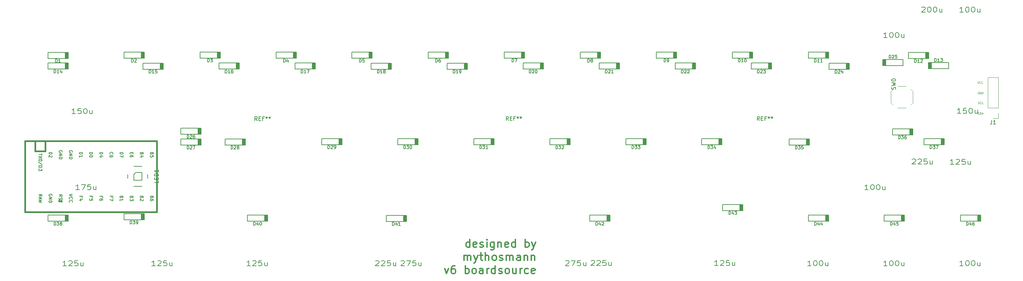
<source format=gbr>
G04 #@! TF.GenerationSoftware,KiCad,Pcbnew,(5.1.4-0-10_14)*
G04 #@! TF.CreationDate,2020-06-13T19:46:11-07:00*
G04 #@! TF.ProjectId,TG4xhotswap,54473478-686f-4747-9377-61702e6b6963,rev?*
G04 #@! TF.SameCoordinates,Original*
G04 #@! TF.FileFunction,Legend,Top*
G04 #@! TF.FilePolarity,Positive*
%FSLAX46Y46*%
G04 Gerber Fmt 4.6, Leading zero omitted, Abs format (unit mm)*
G04 Created by KiCad (PCBNEW (5.1.4-0-10_14)) date 2020-06-13 19:46:11*
%MOMM*%
%LPD*%
G04 APERTURE LIST*
%ADD10C,0.125000*%
%ADD11C,0.300000*%
%ADD12C,0.120000*%
%ADD13C,0.200000*%
%ADD14C,0.381000*%
%ADD15C,0.150000*%
%ADD16C,0.203200*%
G04 APERTURE END LIST*
D10*
X251581172Y-35847724D02*
X251747839Y-36347724D01*
X251914505Y-35847724D01*
X252366886Y-36300105D02*
X252343077Y-36323914D01*
X252271648Y-36347724D01*
X252224029Y-36347724D01*
X252152600Y-36323914D01*
X252104981Y-36276295D01*
X252081172Y-36228676D01*
X252057362Y-36133438D01*
X252057362Y-36062010D01*
X252081172Y-35966772D01*
X252104981Y-35919153D01*
X252152600Y-35871534D01*
X252224029Y-35847724D01*
X252271648Y-35847724D01*
X252343077Y-35871534D01*
X252366886Y-35895343D01*
X252866886Y-36300105D02*
X252843077Y-36323914D01*
X252771648Y-36347724D01*
X252724029Y-36347724D01*
X252652600Y-36323914D01*
X252604981Y-36276295D01*
X252581172Y-36228676D01*
X252557362Y-36133438D01*
X252557362Y-36062010D01*
X252581172Y-35966772D01*
X252604981Y-35919153D01*
X252652600Y-35871534D01*
X252724029Y-35847724D01*
X252771648Y-35847724D01*
X252843077Y-35871534D01*
X252866886Y-35895343D01*
X251729596Y-44058214D02*
X251801024Y-44082024D01*
X251920072Y-44082024D01*
X251967691Y-44058214D01*
X251991500Y-44034405D01*
X252015310Y-43986786D01*
X252015310Y-43939167D01*
X251991500Y-43891548D01*
X251967691Y-43867738D01*
X251920072Y-43843929D01*
X251824834Y-43820119D01*
X251777215Y-43796310D01*
X251753405Y-43772500D01*
X251729596Y-43724881D01*
X251729596Y-43677262D01*
X251753405Y-43629643D01*
X251777215Y-43605834D01*
X251824834Y-43582024D01*
X251943881Y-43582024D01*
X252015310Y-43605834D01*
X252229596Y-44082024D02*
X252229596Y-43582024D01*
X252348643Y-43582024D01*
X252420072Y-43605834D01*
X252467691Y-43653453D01*
X252491500Y-43701072D01*
X252515310Y-43796310D01*
X252515310Y-43867738D01*
X252491500Y-43962976D01*
X252467691Y-44010595D01*
X252420072Y-44058214D01*
X252348643Y-44082024D01*
X252229596Y-44082024D01*
X252705786Y-43939167D02*
X252943881Y-43939167D01*
X252658167Y-44082024D02*
X252824834Y-43582024D01*
X252991500Y-44082024D01*
X251741500Y-41416614D02*
X251812929Y-41440424D01*
X251931977Y-41440424D01*
X251979596Y-41416614D01*
X252003405Y-41392805D01*
X252027215Y-41345186D01*
X252027215Y-41297567D01*
X252003405Y-41249948D01*
X251979596Y-41226138D01*
X251931977Y-41202329D01*
X251836739Y-41178519D01*
X251789119Y-41154710D01*
X251765310Y-41130900D01*
X251741500Y-41083281D01*
X251741500Y-41035662D01*
X251765310Y-40988043D01*
X251789119Y-40964234D01*
X251836739Y-40940424D01*
X251955786Y-40940424D01*
X252027215Y-40964234D01*
X252527215Y-41392805D02*
X252503405Y-41416614D01*
X252431977Y-41440424D01*
X252384358Y-41440424D01*
X252312929Y-41416614D01*
X252265310Y-41368995D01*
X252241500Y-41321376D01*
X252217691Y-41226138D01*
X252217691Y-41154710D01*
X252241500Y-41059472D01*
X252265310Y-41011853D01*
X252312929Y-40964234D01*
X252384358Y-40940424D01*
X252431977Y-40940424D01*
X252503405Y-40964234D01*
X252527215Y-40988043D01*
X252979596Y-41440424D02*
X252741500Y-41440424D01*
X252741500Y-40940424D01*
X251955786Y-38475034D02*
X251908167Y-38451224D01*
X251836739Y-38451224D01*
X251765310Y-38475034D01*
X251717691Y-38522653D01*
X251693881Y-38570272D01*
X251670072Y-38665510D01*
X251670072Y-38736938D01*
X251693881Y-38832176D01*
X251717691Y-38879795D01*
X251765310Y-38927414D01*
X251836739Y-38951224D01*
X251884358Y-38951224D01*
X251955786Y-38927414D01*
X251979596Y-38903605D01*
X251979596Y-38736938D01*
X251884358Y-38736938D01*
X252193881Y-38951224D02*
X252193881Y-38451224D01*
X252479596Y-38951224D01*
X252479596Y-38451224D01*
X252717691Y-38951224D02*
X252717691Y-38451224D01*
X252836739Y-38451224D01*
X252908167Y-38475034D01*
X252955786Y-38522653D01*
X252979596Y-38570272D01*
X253003405Y-38665510D01*
X253003405Y-38736938D01*
X252979596Y-38832176D01*
X252955786Y-38879795D01*
X252908167Y-38927414D01*
X252836739Y-38951224D01*
X252717691Y-38951224D01*
D11*
X124403095Y-77384761D02*
X124403095Y-75384761D01*
X124403095Y-77289523D02*
X124212619Y-77384761D01*
X123831666Y-77384761D01*
X123641190Y-77289523D01*
X123545952Y-77194285D01*
X123450714Y-77003809D01*
X123450714Y-76432380D01*
X123545952Y-76241904D01*
X123641190Y-76146666D01*
X123831666Y-76051428D01*
X124212619Y-76051428D01*
X124403095Y-76146666D01*
X126117380Y-77289523D02*
X125926904Y-77384761D01*
X125545952Y-77384761D01*
X125355476Y-77289523D01*
X125260238Y-77099047D01*
X125260238Y-76337142D01*
X125355476Y-76146666D01*
X125545952Y-76051428D01*
X125926904Y-76051428D01*
X126117380Y-76146666D01*
X126212619Y-76337142D01*
X126212619Y-76527619D01*
X125260238Y-76718095D01*
X126974523Y-77289523D02*
X127165000Y-77384761D01*
X127545952Y-77384761D01*
X127736428Y-77289523D01*
X127831666Y-77099047D01*
X127831666Y-77003809D01*
X127736428Y-76813333D01*
X127545952Y-76718095D01*
X127260238Y-76718095D01*
X127069761Y-76622857D01*
X126974523Y-76432380D01*
X126974523Y-76337142D01*
X127069761Y-76146666D01*
X127260238Y-76051428D01*
X127545952Y-76051428D01*
X127736428Y-76146666D01*
X128688809Y-77384761D02*
X128688809Y-76051428D01*
X128688809Y-75384761D02*
X128593571Y-75480000D01*
X128688809Y-75575238D01*
X128784047Y-75480000D01*
X128688809Y-75384761D01*
X128688809Y-75575238D01*
X130498333Y-76051428D02*
X130498333Y-77670476D01*
X130403095Y-77860952D01*
X130307857Y-77956190D01*
X130117380Y-78051428D01*
X129831666Y-78051428D01*
X129641190Y-77956190D01*
X130498333Y-77289523D02*
X130307857Y-77384761D01*
X129926904Y-77384761D01*
X129736428Y-77289523D01*
X129641190Y-77194285D01*
X129545952Y-77003809D01*
X129545952Y-76432380D01*
X129641190Y-76241904D01*
X129736428Y-76146666D01*
X129926904Y-76051428D01*
X130307857Y-76051428D01*
X130498333Y-76146666D01*
X131450714Y-76051428D02*
X131450714Y-77384761D01*
X131450714Y-76241904D02*
X131545952Y-76146666D01*
X131736428Y-76051428D01*
X132022142Y-76051428D01*
X132212619Y-76146666D01*
X132307857Y-76337142D01*
X132307857Y-77384761D01*
X134022142Y-77289523D02*
X133831666Y-77384761D01*
X133450714Y-77384761D01*
X133260238Y-77289523D01*
X133165000Y-77099047D01*
X133165000Y-76337142D01*
X133260238Y-76146666D01*
X133450714Y-76051428D01*
X133831666Y-76051428D01*
X134022142Y-76146666D01*
X134117380Y-76337142D01*
X134117380Y-76527619D01*
X133165000Y-76718095D01*
X135831666Y-77384761D02*
X135831666Y-75384761D01*
X135831666Y-77289523D02*
X135641190Y-77384761D01*
X135260238Y-77384761D01*
X135069761Y-77289523D01*
X134974523Y-77194285D01*
X134879285Y-77003809D01*
X134879285Y-76432380D01*
X134974523Y-76241904D01*
X135069761Y-76146666D01*
X135260238Y-76051428D01*
X135641190Y-76051428D01*
X135831666Y-76146666D01*
X138307857Y-77384761D02*
X138307857Y-75384761D01*
X138307857Y-76146666D02*
X138498333Y-76051428D01*
X138879285Y-76051428D01*
X139069761Y-76146666D01*
X139165000Y-76241904D01*
X139260238Y-76432380D01*
X139260238Y-77003809D01*
X139165000Y-77194285D01*
X139069761Y-77289523D01*
X138879285Y-77384761D01*
X138498333Y-77384761D01*
X138307857Y-77289523D01*
X139926904Y-76051428D02*
X140403095Y-77384761D01*
X140879285Y-76051428D02*
X140403095Y-77384761D01*
X140212619Y-77860952D01*
X140117380Y-77956190D01*
X139926904Y-78051428D01*
X122974523Y-80684761D02*
X122974523Y-79351428D01*
X122974523Y-79541904D02*
X123069761Y-79446666D01*
X123260238Y-79351428D01*
X123545952Y-79351428D01*
X123736428Y-79446666D01*
X123831666Y-79637142D01*
X123831666Y-80684761D01*
X123831666Y-79637142D02*
X123926904Y-79446666D01*
X124117380Y-79351428D01*
X124403095Y-79351428D01*
X124593571Y-79446666D01*
X124688809Y-79637142D01*
X124688809Y-80684761D01*
X125450714Y-79351428D02*
X125926904Y-80684761D01*
X126403095Y-79351428D02*
X125926904Y-80684761D01*
X125736428Y-81160952D01*
X125641190Y-81256190D01*
X125450714Y-81351428D01*
X126879285Y-79351428D02*
X127641190Y-79351428D01*
X127165000Y-78684761D02*
X127165000Y-80399047D01*
X127260238Y-80589523D01*
X127450714Y-80684761D01*
X127641190Y-80684761D01*
X128307857Y-80684761D02*
X128307857Y-78684761D01*
X129165000Y-80684761D02*
X129165000Y-79637142D01*
X129069761Y-79446666D01*
X128879285Y-79351428D01*
X128593571Y-79351428D01*
X128403095Y-79446666D01*
X128307857Y-79541904D01*
X130403095Y-80684761D02*
X130212619Y-80589523D01*
X130117380Y-80494285D01*
X130022142Y-80303809D01*
X130022142Y-79732380D01*
X130117380Y-79541904D01*
X130212619Y-79446666D01*
X130403095Y-79351428D01*
X130688809Y-79351428D01*
X130879285Y-79446666D01*
X130974523Y-79541904D01*
X131069761Y-79732380D01*
X131069761Y-80303809D01*
X130974523Y-80494285D01*
X130879285Y-80589523D01*
X130688809Y-80684761D01*
X130403095Y-80684761D01*
X131831666Y-80589523D02*
X132022142Y-80684761D01*
X132403095Y-80684761D01*
X132593571Y-80589523D01*
X132688809Y-80399047D01*
X132688809Y-80303809D01*
X132593571Y-80113333D01*
X132403095Y-80018095D01*
X132117380Y-80018095D01*
X131926904Y-79922857D01*
X131831666Y-79732380D01*
X131831666Y-79637142D01*
X131926904Y-79446666D01*
X132117380Y-79351428D01*
X132403095Y-79351428D01*
X132593571Y-79446666D01*
X133545952Y-80684761D02*
X133545952Y-79351428D01*
X133545952Y-79541904D02*
X133641190Y-79446666D01*
X133831666Y-79351428D01*
X134117380Y-79351428D01*
X134307857Y-79446666D01*
X134403095Y-79637142D01*
X134403095Y-80684761D01*
X134403095Y-79637142D02*
X134498333Y-79446666D01*
X134688809Y-79351428D01*
X134974523Y-79351428D01*
X135165000Y-79446666D01*
X135260238Y-79637142D01*
X135260238Y-80684761D01*
X137069761Y-80684761D02*
X137069761Y-79637142D01*
X136974523Y-79446666D01*
X136784047Y-79351428D01*
X136403095Y-79351428D01*
X136212619Y-79446666D01*
X137069761Y-80589523D02*
X136879285Y-80684761D01*
X136403095Y-80684761D01*
X136212619Y-80589523D01*
X136117380Y-80399047D01*
X136117380Y-80208571D01*
X136212619Y-80018095D01*
X136403095Y-79922857D01*
X136879285Y-79922857D01*
X137069761Y-79827619D01*
X138022142Y-79351428D02*
X138022142Y-80684761D01*
X138022142Y-79541904D02*
X138117380Y-79446666D01*
X138307857Y-79351428D01*
X138593571Y-79351428D01*
X138784047Y-79446666D01*
X138879285Y-79637142D01*
X138879285Y-80684761D01*
X139831666Y-79351428D02*
X139831666Y-80684761D01*
X139831666Y-79541904D02*
X139926904Y-79446666D01*
X140117380Y-79351428D01*
X140403095Y-79351428D01*
X140593571Y-79446666D01*
X140688809Y-79637142D01*
X140688809Y-80684761D01*
X118117380Y-82651428D02*
X118593571Y-83984761D01*
X119069761Y-82651428D01*
X120688809Y-81984761D02*
X120307857Y-81984761D01*
X120117380Y-82080000D01*
X120022142Y-82175238D01*
X119831666Y-82460952D01*
X119736428Y-82841904D01*
X119736428Y-83603809D01*
X119831666Y-83794285D01*
X119926904Y-83889523D01*
X120117380Y-83984761D01*
X120498333Y-83984761D01*
X120688809Y-83889523D01*
X120784047Y-83794285D01*
X120879285Y-83603809D01*
X120879285Y-83127619D01*
X120784047Y-82937142D01*
X120688809Y-82841904D01*
X120498333Y-82746666D01*
X120117380Y-82746666D01*
X119926904Y-82841904D01*
X119831666Y-82937142D01*
X119736428Y-83127619D01*
X123260238Y-83984761D02*
X123260238Y-81984761D01*
X123260238Y-82746666D02*
X123450714Y-82651428D01*
X123831666Y-82651428D01*
X124022142Y-82746666D01*
X124117380Y-82841904D01*
X124212619Y-83032380D01*
X124212619Y-83603809D01*
X124117380Y-83794285D01*
X124022142Y-83889523D01*
X123831666Y-83984761D01*
X123450714Y-83984761D01*
X123260238Y-83889523D01*
X125355476Y-83984761D02*
X125165000Y-83889523D01*
X125069761Y-83794285D01*
X124974523Y-83603809D01*
X124974523Y-83032380D01*
X125069761Y-82841904D01*
X125165000Y-82746666D01*
X125355476Y-82651428D01*
X125641190Y-82651428D01*
X125831666Y-82746666D01*
X125926904Y-82841904D01*
X126022142Y-83032380D01*
X126022142Y-83603809D01*
X125926904Y-83794285D01*
X125831666Y-83889523D01*
X125641190Y-83984761D01*
X125355476Y-83984761D01*
X127736428Y-83984761D02*
X127736428Y-82937142D01*
X127641190Y-82746666D01*
X127450714Y-82651428D01*
X127069761Y-82651428D01*
X126879285Y-82746666D01*
X127736428Y-83889523D02*
X127545952Y-83984761D01*
X127069761Y-83984761D01*
X126879285Y-83889523D01*
X126784047Y-83699047D01*
X126784047Y-83508571D01*
X126879285Y-83318095D01*
X127069761Y-83222857D01*
X127545952Y-83222857D01*
X127736428Y-83127619D01*
X128688809Y-83984761D02*
X128688809Y-82651428D01*
X128688809Y-83032380D02*
X128784047Y-82841904D01*
X128879285Y-82746666D01*
X129069761Y-82651428D01*
X129260238Y-82651428D01*
X130784047Y-83984761D02*
X130784047Y-81984761D01*
X130784047Y-83889523D02*
X130593571Y-83984761D01*
X130212619Y-83984761D01*
X130022142Y-83889523D01*
X129926904Y-83794285D01*
X129831666Y-83603809D01*
X129831666Y-83032380D01*
X129926904Y-82841904D01*
X130022142Y-82746666D01*
X130212619Y-82651428D01*
X130593571Y-82651428D01*
X130784047Y-82746666D01*
X131641190Y-83889523D02*
X131831666Y-83984761D01*
X132212619Y-83984761D01*
X132403095Y-83889523D01*
X132498333Y-83699047D01*
X132498333Y-83603809D01*
X132403095Y-83413333D01*
X132212619Y-83318095D01*
X131926904Y-83318095D01*
X131736428Y-83222857D01*
X131641190Y-83032380D01*
X131641190Y-82937142D01*
X131736428Y-82746666D01*
X131926904Y-82651428D01*
X132212619Y-82651428D01*
X132403095Y-82746666D01*
X133641190Y-83984761D02*
X133450714Y-83889523D01*
X133355476Y-83794285D01*
X133260238Y-83603809D01*
X133260238Y-83032380D01*
X133355476Y-82841904D01*
X133450714Y-82746666D01*
X133641190Y-82651428D01*
X133926904Y-82651428D01*
X134117380Y-82746666D01*
X134212619Y-82841904D01*
X134307857Y-83032380D01*
X134307857Y-83603809D01*
X134212619Y-83794285D01*
X134117380Y-83889523D01*
X133926904Y-83984761D01*
X133641190Y-83984761D01*
X136022142Y-82651428D02*
X136022142Y-83984761D01*
X135165000Y-82651428D02*
X135165000Y-83699047D01*
X135260238Y-83889523D01*
X135450714Y-83984761D01*
X135736428Y-83984761D01*
X135926904Y-83889523D01*
X136022142Y-83794285D01*
X136974523Y-83984761D02*
X136974523Y-82651428D01*
X136974523Y-83032380D02*
X137069761Y-82841904D01*
X137165000Y-82746666D01*
X137355476Y-82651428D01*
X137545952Y-82651428D01*
X139069761Y-83889523D02*
X138879285Y-83984761D01*
X138498333Y-83984761D01*
X138307857Y-83889523D01*
X138212619Y-83794285D01*
X138117380Y-83603809D01*
X138117380Y-83032380D01*
X138212619Y-82841904D01*
X138307857Y-82746666D01*
X138498333Y-82651428D01*
X138879285Y-82651428D01*
X139069761Y-82746666D01*
X140688809Y-83889523D02*
X140498333Y-83984761D01*
X140117380Y-83984761D01*
X139926904Y-83889523D01*
X139831666Y-83699047D01*
X139831666Y-82937142D01*
X139926904Y-82746666D01*
X140117380Y-82651428D01*
X140498333Y-82651428D01*
X140688809Y-82746666D01*
X140784047Y-82937142D01*
X140784047Y-83127619D01*
X139831666Y-83318095D01*
D12*
X235360000Y-38310000D02*
X234870000Y-37820000D01*
X235360000Y-41210000D02*
X235360000Y-38310000D01*
X235360000Y-41210000D02*
X234870000Y-41700000D01*
X229920000Y-41210000D02*
X229920000Y-38310000D01*
X229920000Y-41210000D02*
X230410000Y-41700000D01*
X233680000Y-37040000D02*
X231600000Y-37040000D01*
X229920000Y-38310000D02*
X230410000Y-37820000D01*
X233680000Y-42480000D02*
X231600000Y-42480000D01*
D13*
X42236900Y-58601100D02*
X42236900Y-60601100D01*
X42236900Y-60601100D02*
X40236900Y-60601100D01*
X40236900Y-60601100D02*
X40236900Y-59101100D01*
X40236900Y-59101100D02*
X40736900Y-58601100D01*
X40736900Y-58601100D02*
X42236900Y-58601100D01*
X42236900Y-57101100D02*
X40236900Y-57101100D01*
X38736900Y-59101100D02*
X38736900Y-60101100D01*
X42236900Y-62101100D02*
X40236900Y-62101100D01*
X43736900Y-59101100D02*
X43736900Y-60101100D01*
D14*
X18084800Y-53300000D02*
X18084800Y-50760000D01*
X15544800Y-53300000D02*
X18084800Y-53300000D01*
D15*
G36*
X21833830Y-65694635D02*
G01*
X21933830Y-65694635D01*
X21933830Y-65794635D01*
X21833830Y-65794635D01*
X21833830Y-65694635D01*
G37*
X21833830Y-65694635D02*
X21933830Y-65694635D01*
X21933830Y-65794635D01*
X21833830Y-65794635D01*
X21833830Y-65694635D01*
G36*
X21433830Y-65894635D02*
G01*
X22233830Y-65894635D01*
X22233830Y-65994635D01*
X21433830Y-65994635D01*
X21433830Y-65894635D01*
G37*
X21433830Y-65894635D02*
X22233830Y-65894635D01*
X22233830Y-65994635D01*
X21433830Y-65994635D01*
X21433830Y-65894635D01*
G36*
X22033830Y-65494635D02*
G01*
X22233830Y-65494635D01*
X22233830Y-65594635D01*
X22033830Y-65594635D01*
X22033830Y-65494635D01*
G37*
X22033830Y-65494635D02*
X22233830Y-65494635D01*
X22233830Y-65594635D01*
X22033830Y-65594635D01*
X22033830Y-65494635D01*
G36*
X21433830Y-65494635D02*
G01*
X21733830Y-65494635D01*
X21733830Y-65594635D01*
X21433830Y-65594635D01*
X21433830Y-65494635D01*
G37*
X21433830Y-65494635D02*
X21733830Y-65494635D01*
X21733830Y-65594635D01*
X21433830Y-65594635D01*
X21433830Y-65494635D01*
G36*
X21433830Y-65494635D02*
G01*
X21533830Y-65494635D01*
X21533830Y-65994635D01*
X21433830Y-65994635D01*
X21433830Y-65494635D01*
G37*
X21433830Y-65494635D02*
X21533830Y-65494635D01*
X21533830Y-65994635D01*
X21433830Y-65994635D01*
X21433830Y-65494635D01*
D14*
X46024800Y-68540000D02*
X13004800Y-68540000D01*
X46024800Y-50760000D02*
X46024800Y-68540000D01*
X13004800Y-50760000D02*
X46024800Y-50760000D01*
X13004800Y-68540000D02*
X13004800Y-50760000D01*
X15544800Y-53300000D02*
X15544800Y-50760000D01*
D15*
X18707100Y-30060900D02*
X23787100Y-30060900D01*
X23787100Y-30060900D02*
X23787100Y-28536900D01*
X23787100Y-28536900D02*
X18707100Y-28536900D01*
X18707100Y-28536900D02*
X18707100Y-30060900D01*
X18707100Y-30060900D02*
X19215100Y-30060900D01*
X23406100Y-30060900D02*
X23406100Y-28536900D01*
X23533100Y-28536900D02*
X23533100Y-30060900D01*
X23660100Y-30060900D02*
X23660100Y-28536900D01*
X23279100Y-28536900D02*
X23279100Y-30060900D01*
X23152100Y-30060900D02*
X23152100Y-28536900D01*
X23025100Y-30060900D02*
X23025100Y-28536900D01*
X37744400Y-30022800D02*
X42824400Y-30022800D01*
X42824400Y-30022800D02*
X42824400Y-28498800D01*
X42824400Y-28498800D02*
X37744400Y-28498800D01*
X37744400Y-28498800D02*
X37744400Y-30022800D01*
X37744400Y-30022800D02*
X38252400Y-30022800D01*
X42443400Y-30022800D02*
X42443400Y-28498800D01*
X42570400Y-28498800D02*
X42570400Y-30022800D01*
X42697400Y-30022800D02*
X42697400Y-28498800D01*
X42316400Y-28498800D02*
X42316400Y-30022800D01*
X42189400Y-30022800D02*
X42189400Y-28498800D01*
X42062400Y-30022800D02*
X42062400Y-28498800D01*
X56794400Y-29984700D02*
X61874400Y-29984700D01*
X61874400Y-29984700D02*
X61874400Y-28460700D01*
X61874400Y-28460700D02*
X56794400Y-28460700D01*
X56794400Y-28460700D02*
X56794400Y-29984700D01*
X56794400Y-29984700D02*
X57302400Y-29984700D01*
X61493400Y-29984700D02*
X61493400Y-28460700D01*
X61620400Y-28460700D02*
X61620400Y-29984700D01*
X61747400Y-29984700D02*
X61747400Y-28460700D01*
X61366400Y-28460700D02*
X61366400Y-29984700D01*
X61239400Y-29984700D02*
X61239400Y-28460700D01*
X61112400Y-29984700D02*
X61112400Y-28460700D01*
X75844400Y-30010100D02*
X80924400Y-30010100D01*
X80924400Y-30010100D02*
X80924400Y-28486100D01*
X80924400Y-28486100D02*
X75844400Y-28486100D01*
X75844400Y-28486100D02*
X75844400Y-30010100D01*
X75844400Y-30010100D02*
X76352400Y-30010100D01*
X80543400Y-30010100D02*
X80543400Y-28486100D01*
X80670400Y-28486100D02*
X80670400Y-30010100D01*
X80797400Y-30010100D02*
X80797400Y-28486100D01*
X80416400Y-28486100D02*
X80416400Y-30010100D01*
X80289400Y-30010100D02*
X80289400Y-28486100D01*
X80162400Y-30010100D02*
X80162400Y-28486100D01*
X94869000Y-30010100D02*
X99949000Y-30010100D01*
X99949000Y-30010100D02*
X99949000Y-28486100D01*
X99949000Y-28486100D02*
X94869000Y-28486100D01*
X94869000Y-28486100D02*
X94869000Y-30010100D01*
X94869000Y-30010100D02*
X95377000Y-30010100D01*
X99568000Y-30010100D02*
X99568000Y-28486100D01*
X99695000Y-28486100D02*
X99695000Y-30010100D01*
X99822000Y-30010100D02*
X99822000Y-28486100D01*
X99441000Y-28486100D02*
X99441000Y-30010100D01*
X99314000Y-30010100D02*
X99314000Y-28486100D01*
X99187000Y-30010100D02*
X99187000Y-28486100D01*
X113944400Y-30010100D02*
X119024400Y-30010100D01*
X119024400Y-30010100D02*
X119024400Y-28486100D01*
X119024400Y-28486100D02*
X113944400Y-28486100D01*
X113944400Y-28486100D02*
X113944400Y-30010100D01*
X113944400Y-30010100D02*
X114452400Y-30010100D01*
X118643400Y-30010100D02*
X118643400Y-28486100D01*
X118770400Y-28486100D02*
X118770400Y-30010100D01*
X118897400Y-30010100D02*
X118897400Y-28486100D01*
X118516400Y-28486100D02*
X118516400Y-30010100D01*
X118389400Y-30010100D02*
X118389400Y-28486100D01*
X118262400Y-30010100D02*
X118262400Y-28486100D01*
X133045200Y-29984700D02*
X138125200Y-29984700D01*
X138125200Y-29984700D02*
X138125200Y-28460700D01*
X138125200Y-28460700D02*
X133045200Y-28460700D01*
X133045200Y-28460700D02*
X133045200Y-29984700D01*
X133045200Y-29984700D02*
X133553200Y-29984700D01*
X137744200Y-29984700D02*
X137744200Y-28460700D01*
X137871200Y-28460700D02*
X137871200Y-29984700D01*
X137998200Y-29984700D02*
X137998200Y-28460700D01*
X137617200Y-28460700D02*
X137617200Y-29984700D01*
X137490200Y-29984700D02*
X137490200Y-28460700D01*
X137363200Y-29984700D02*
X137363200Y-28460700D01*
X152057100Y-30022800D02*
X157137100Y-30022800D01*
X157137100Y-30022800D02*
X157137100Y-28498800D01*
X157137100Y-28498800D02*
X152057100Y-28498800D01*
X152057100Y-28498800D02*
X152057100Y-30022800D01*
X152057100Y-30022800D02*
X152565100Y-30022800D01*
X156756100Y-30022800D02*
X156756100Y-28498800D01*
X156883100Y-28498800D02*
X156883100Y-30022800D01*
X157010100Y-30022800D02*
X157010100Y-28498800D01*
X156629100Y-28498800D02*
X156629100Y-30022800D01*
X156502100Y-30022800D02*
X156502100Y-28498800D01*
X156375100Y-30022800D02*
X156375100Y-28498800D01*
X171119800Y-29984700D02*
X176199800Y-29984700D01*
X176199800Y-29984700D02*
X176199800Y-28460700D01*
X176199800Y-28460700D02*
X171119800Y-28460700D01*
X171119800Y-28460700D02*
X171119800Y-29984700D01*
X171119800Y-29984700D02*
X171627800Y-29984700D01*
X175818800Y-29984700D02*
X175818800Y-28460700D01*
X175945800Y-28460700D02*
X175945800Y-29984700D01*
X176072800Y-29984700D02*
X176072800Y-28460700D01*
X175691800Y-28460700D02*
X175691800Y-29984700D01*
X175564800Y-29984700D02*
X175564800Y-28460700D01*
X175437800Y-29984700D02*
X175437800Y-28460700D01*
X190157100Y-29984700D02*
X195237100Y-29984700D01*
X195237100Y-29984700D02*
X195237100Y-28460700D01*
X195237100Y-28460700D02*
X190157100Y-28460700D01*
X190157100Y-28460700D02*
X190157100Y-29984700D01*
X190157100Y-29984700D02*
X190665100Y-29984700D01*
X194856100Y-29984700D02*
X194856100Y-28460700D01*
X194983100Y-28460700D02*
X194983100Y-29984700D01*
X195110100Y-29984700D02*
X195110100Y-28460700D01*
X194729100Y-28460700D02*
X194729100Y-29984700D01*
X194602100Y-29984700D02*
X194602100Y-28460700D01*
X194475100Y-29984700D02*
X194475100Y-28460700D01*
X209207100Y-30022800D02*
X214287100Y-30022800D01*
X214287100Y-30022800D02*
X214287100Y-28498800D01*
X214287100Y-28498800D02*
X209207100Y-28498800D01*
X209207100Y-28498800D02*
X209207100Y-30022800D01*
X209207100Y-30022800D02*
X209715100Y-30022800D01*
X213906100Y-30022800D02*
X213906100Y-28498800D01*
X214033100Y-28498800D02*
X214033100Y-30022800D01*
X214160100Y-30022800D02*
X214160100Y-28498800D01*
X213779100Y-28498800D02*
X213779100Y-30022800D01*
X213652100Y-30022800D02*
X213652100Y-28498800D01*
X213525100Y-30022800D02*
X213525100Y-28498800D01*
X234302300Y-30099000D02*
X239382300Y-30099000D01*
X239382300Y-30099000D02*
X239382300Y-28575000D01*
X239382300Y-28575000D02*
X234302300Y-28575000D01*
X234302300Y-28575000D02*
X234302300Y-30099000D01*
X234302300Y-30099000D02*
X234810300Y-30099000D01*
X239001300Y-30099000D02*
X239001300Y-28575000D01*
X239128300Y-28575000D02*
X239128300Y-30099000D01*
X239255300Y-30099000D02*
X239255300Y-28575000D01*
X238874300Y-28575000D02*
X238874300Y-30099000D01*
X238747300Y-30099000D02*
X238747300Y-28575000D01*
X238620300Y-30099000D02*
X238620300Y-28575000D01*
X244335300Y-31140400D02*
X239255300Y-31140400D01*
X239255300Y-31140400D02*
X239255300Y-32664400D01*
X239255300Y-32664400D02*
X244335300Y-32664400D01*
X244335300Y-32664400D02*
X244335300Y-31140400D01*
X244335300Y-31140400D02*
X243827300Y-31140400D01*
X239636300Y-31140400D02*
X239636300Y-32664400D01*
X239509300Y-32664400D02*
X239509300Y-31140400D01*
X239382300Y-31140400D02*
X239382300Y-32664400D01*
X239763300Y-32664400D02*
X239763300Y-31140400D01*
X239890300Y-31140400D02*
X239890300Y-32664400D01*
X240017300Y-31140400D02*
X240017300Y-32664400D01*
X18719800Y-32727900D02*
X23799800Y-32727900D01*
X23799800Y-32727900D02*
X23799800Y-31203900D01*
X23799800Y-31203900D02*
X18719800Y-31203900D01*
X18719800Y-31203900D02*
X18719800Y-32727900D01*
X18719800Y-32727900D02*
X19227800Y-32727900D01*
X23418800Y-32727900D02*
X23418800Y-31203900D01*
X23545800Y-31203900D02*
X23545800Y-32727900D01*
X23672800Y-32727900D02*
X23672800Y-31203900D01*
X23291800Y-31203900D02*
X23291800Y-32727900D01*
X23164800Y-32727900D02*
X23164800Y-31203900D01*
X23037800Y-32727900D02*
X23037800Y-31203900D01*
X42519600Y-32778700D02*
X47599600Y-32778700D01*
X47599600Y-32778700D02*
X47599600Y-31254700D01*
X47599600Y-31254700D02*
X42519600Y-31254700D01*
X42519600Y-31254700D02*
X42519600Y-32778700D01*
X42519600Y-32778700D02*
X43027600Y-32778700D01*
X47218600Y-32778700D02*
X47218600Y-31254700D01*
X47345600Y-31254700D02*
X47345600Y-32778700D01*
X47472600Y-32778700D02*
X47472600Y-31254700D01*
X47091600Y-31254700D02*
X47091600Y-32778700D01*
X46964600Y-32778700D02*
X46964600Y-31254700D01*
X46837600Y-32778700D02*
X46837600Y-31254700D01*
X61569600Y-32740600D02*
X66649600Y-32740600D01*
X66649600Y-32740600D02*
X66649600Y-31216600D01*
X66649600Y-31216600D02*
X61569600Y-31216600D01*
X61569600Y-31216600D02*
X61569600Y-32740600D01*
X61569600Y-32740600D02*
X62077600Y-32740600D01*
X66268600Y-32740600D02*
X66268600Y-31216600D01*
X66395600Y-31216600D02*
X66395600Y-32740600D01*
X66522600Y-32740600D02*
X66522600Y-31216600D01*
X66141600Y-31216600D02*
X66141600Y-32740600D01*
X66014600Y-32740600D02*
X66014600Y-31216600D01*
X65887600Y-32740600D02*
X65887600Y-31216600D01*
X80606900Y-32753300D02*
X85686900Y-32753300D01*
X85686900Y-32753300D02*
X85686900Y-31229300D01*
X85686900Y-31229300D02*
X80606900Y-31229300D01*
X80606900Y-31229300D02*
X80606900Y-32753300D01*
X80606900Y-32753300D02*
X81114900Y-32753300D01*
X85305900Y-32753300D02*
X85305900Y-31229300D01*
X85432900Y-31229300D02*
X85432900Y-32753300D01*
X85559900Y-32753300D02*
X85559900Y-31229300D01*
X85178900Y-31229300D02*
X85178900Y-32753300D01*
X85051900Y-32753300D02*
X85051900Y-31229300D01*
X84924900Y-32753300D02*
X84924900Y-31229300D01*
X99707700Y-32778700D02*
X104787700Y-32778700D01*
X104787700Y-32778700D02*
X104787700Y-31254700D01*
X104787700Y-31254700D02*
X99707700Y-31254700D01*
X99707700Y-31254700D02*
X99707700Y-32778700D01*
X99707700Y-32778700D02*
X100215700Y-32778700D01*
X104406700Y-32778700D02*
X104406700Y-31254700D01*
X104533700Y-31254700D02*
X104533700Y-32778700D01*
X104660700Y-32778700D02*
X104660700Y-31254700D01*
X104279700Y-31254700D02*
X104279700Y-32778700D01*
X104152700Y-32778700D02*
X104152700Y-31254700D01*
X104025700Y-32778700D02*
X104025700Y-31254700D01*
X118706900Y-32778700D02*
X123786900Y-32778700D01*
X123786900Y-32778700D02*
X123786900Y-31254700D01*
X123786900Y-31254700D02*
X118706900Y-31254700D01*
X118706900Y-31254700D02*
X118706900Y-32778700D01*
X118706900Y-32778700D02*
X119214900Y-32778700D01*
X123405900Y-32778700D02*
X123405900Y-31254700D01*
X123532900Y-31254700D02*
X123532900Y-32778700D01*
X123659900Y-32778700D02*
X123659900Y-31254700D01*
X123278900Y-31254700D02*
X123278900Y-32778700D01*
X123151900Y-32778700D02*
X123151900Y-31254700D01*
X123024900Y-32778700D02*
X123024900Y-31254700D01*
X137756900Y-32766000D02*
X142836900Y-32766000D01*
X142836900Y-32766000D02*
X142836900Y-31242000D01*
X142836900Y-31242000D02*
X137756900Y-31242000D01*
X137756900Y-31242000D02*
X137756900Y-32766000D01*
X137756900Y-32766000D02*
X138264900Y-32766000D01*
X142455900Y-32766000D02*
X142455900Y-31242000D01*
X142582900Y-31242000D02*
X142582900Y-32766000D01*
X142709900Y-32766000D02*
X142709900Y-31242000D01*
X142328900Y-31242000D02*
X142328900Y-32766000D01*
X142201900Y-32766000D02*
X142201900Y-31242000D01*
X142074900Y-32766000D02*
X142074900Y-31242000D01*
X156832300Y-32740600D02*
X161912300Y-32740600D01*
X161912300Y-32740600D02*
X161912300Y-31216600D01*
X161912300Y-31216600D02*
X156832300Y-31216600D01*
X156832300Y-31216600D02*
X156832300Y-32740600D01*
X156832300Y-32740600D02*
X157340300Y-32740600D01*
X161531300Y-32740600D02*
X161531300Y-31216600D01*
X161658300Y-31216600D02*
X161658300Y-32740600D01*
X161785300Y-32740600D02*
X161785300Y-31216600D01*
X161404300Y-31216600D02*
X161404300Y-32740600D01*
X161277300Y-32740600D02*
X161277300Y-31216600D01*
X161150300Y-32740600D02*
X161150300Y-31216600D01*
X175869600Y-32753300D02*
X180949600Y-32753300D01*
X180949600Y-32753300D02*
X180949600Y-31229300D01*
X180949600Y-31229300D02*
X175869600Y-31229300D01*
X175869600Y-31229300D02*
X175869600Y-32753300D01*
X175869600Y-32753300D02*
X176377600Y-32753300D01*
X180568600Y-32753300D02*
X180568600Y-31229300D01*
X180695600Y-31229300D02*
X180695600Y-32753300D01*
X180822600Y-32753300D02*
X180822600Y-31229300D01*
X180441600Y-31229300D02*
X180441600Y-32753300D01*
X180314600Y-32753300D02*
X180314600Y-31229300D01*
X180187600Y-32753300D02*
X180187600Y-31229300D01*
X194945000Y-32740600D02*
X200025000Y-32740600D01*
X200025000Y-32740600D02*
X200025000Y-31216600D01*
X200025000Y-31216600D02*
X194945000Y-31216600D01*
X194945000Y-31216600D02*
X194945000Y-32740600D01*
X194945000Y-32740600D02*
X195453000Y-32740600D01*
X199644000Y-32740600D02*
X199644000Y-31216600D01*
X199771000Y-31216600D02*
X199771000Y-32740600D01*
X199898000Y-32740600D02*
X199898000Y-31216600D01*
X199517000Y-31216600D02*
X199517000Y-32740600D01*
X199390000Y-32740600D02*
X199390000Y-31216600D01*
X199263000Y-32740600D02*
X199263000Y-31216600D01*
X214401400Y-32791400D02*
X219481400Y-32791400D01*
X219481400Y-32791400D02*
X219481400Y-31267400D01*
X219481400Y-31267400D02*
X214401400Y-31267400D01*
X214401400Y-31267400D02*
X214401400Y-32791400D01*
X214401400Y-32791400D02*
X214909400Y-32791400D01*
X219100400Y-32791400D02*
X219100400Y-31267400D01*
X219227400Y-31267400D02*
X219227400Y-32791400D01*
X219354400Y-32791400D02*
X219354400Y-31267400D01*
X218973400Y-31267400D02*
X218973400Y-32791400D01*
X218846400Y-32791400D02*
X218846400Y-31267400D01*
X218719400Y-32791400D02*
X218719400Y-31267400D01*
X232940000Y-30318000D02*
X227860000Y-30318000D01*
X227860000Y-30318000D02*
X227860000Y-31842000D01*
X227860000Y-31842000D02*
X232940000Y-31842000D01*
X232940000Y-31842000D02*
X232940000Y-30318000D01*
X232940000Y-30318000D02*
X232432000Y-30318000D01*
X228241000Y-30318000D02*
X228241000Y-31842000D01*
X228114000Y-31842000D02*
X228114000Y-30318000D01*
X227987000Y-30318000D02*
X227987000Y-31842000D01*
X228368000Y-31842000D02*
X228368000Y-30318000D01*
X228495000Y-30318000D02*
X228495000Y-31842000D01*
X228622000Y-30318000D02*
X228622000Y-31842000D01*
X52031900Y-49047400D02*
X57111900Y-49047400D01*
X57111900Y-49047400D02*
X57111900Y-47523400D01*
X57111900Y-47523400D02*
X52031900Y-47523400D01*
X52031900Y-47523400D02*
X52031900Y-49047400D01*
X52031900Y-49047400D02*
X52539900Y-49047400D01*
X56730900Y-49047400D02*
X56730900Y-47523400D01*
X56857900Y-47523400D02*
X56857900Y-49047400D01*
X56984900Y-49047400D02*
X56984900Y-47523400D01*
X56603900Y-47523400D02*
X56603900Y-49047400D01*
X56476900Y-49047400D02*
X56476900Y-47523400D01*
X56349900Y-49047400D02*
X56349900Y-47523400D01*
X52044600Y-51777900D02*
X57124600Y-51777900D01*
X57124600Y-51777900D02*
X57124600Y-50253900D01*
X57124600Y-50253900D02*
X52044600Y-50253900D01*
X52044600Y-50253900D02*
X52044600Y-51777900D01*
X52044600Y-51777900D02*
X52552600Y-51777900D01*
X56743600Y-51777900D02*
X56743600Y-50253900D01*
X56870600Y-50253900D02*
X56870600Y-51777900D01*
X56997600Y-51777900D02*
X56997600Y-50253900D01*
X56616600Y-50253900D02*
X56616600Y-51777900D01*
X56489600Y-51777900D02*
X56489600Y-50253900D01*
X56362600Y-51777900D02*
X56362600Y-50253900D01*
X67389200Y-51765200D02*
X67389200Y-50241200D01*
X67516200Y-51765200D02*
X67516200Y-50241200D01*
X67643200Y-50241200D02*
X67643200Y-51765200D01*
X68024200Y-51765200D02*
X68024200Y-50241200D01*
X67897200Y-50241200D02*
X67897200Y-51765200D01*
X67770200Y-51765200D02*
X67770200Y-50241200D01*
X63071200Y-51765200D02*
X63579200Y-51765200D01*
X63071200Y-50241200D02*
X63071200Y-51765200D01*
X68151200Y-50241200D02*
X63071200Y-50241200D01*
X68151200Y-51765200D02*
X68151200Y-50241200D01*
X63071200Y-51765200D02*
X68151200Y-51765200D01*
X91643200Y-51689000D02*
X91643200Y-50165000D01*
X91770200Y-51689000D02*
X91770200Y-50165000D01*
X91897200Y-50165000D02*
X91897200Y-51689000D01*
X92278200Y-51689000D02*
X92278200Y-50165000D01*
X92151200Y-50165000D02*
X92151200Y-51689000D01*
X92024200Y-51689000D02*
X92024200Y-50165000D01*
X87325200Y-51689000D02*
X87833200Y-51689000D01*
X87325200Y-50165000D02*
X87325200Y-51689000D01*
X92405200Y-50165000D02*
X87325200Y-50165000D01*
X92405200Y-51689000D02*
X92405200Y-50165000D01*
X87325200Y-51689000D02*
X92405200Y-51689000D01*
X110667800Y-51676300D02*
X110667800Y-50152300D01*
X110794800Y-51676300D02*
X110794800Y-50152300D01*
X110921800Y-50152300D02*
X110921800Y-51676300D01*
X111302800Y-51676300D02*
X111302800Y-50152300D01*
X111175800Y-50152300D02*
X111175800Y-51676300D01*
X111048800Y-51676300D02*
X111048800Y-50152300D01*
X106349800Y-51676300D02*
X106857800Y-51676300D01*
X106349800Y-50152300D02*
X106349800Y-51676300D01*
X111429800Y-50152300D02*
X106349800Y-50152300D01*
X111429800Y-51676300D02*
X111429800Y-50152300D01*
X106349800Y-51676300D02*
X111429800Y-51676300D01*
X129705100Y-51676300D02*
X129705100Y-50152300D01*
X129832100Y-51676300D02*
X129832100Y-50152300D01*
X129959100Y-50152300D02*
X129959100Y-51676300D01*
X130340100Y-51676300D02*
X130340100Y-50152300D01*
X130213100Y-50152300D02*
X130213100Y-51676300D01*
X130086100Y-51676300D02*
X130086100Y-50152300D01*
X125387100Y-51676300D02*
X125895100Y-51676300D01*
X125387100Y-50152300D02*
X125387100Y-51676300D01*
X130467100Y-50152300D02*
X125387100Y-50152300D01*
X130467100Y-51676300D02*
X130467100Y-50152300D01*
X125387100Y-51676300D02*
X130467100Y-51676300D01*
X148755100Y-51727100D02*
X148755100Y-50203100D01*
X148882100Y-51727100D02*
X148882100Y-50203100D01*
X149009100Y-50203100D02*
X149009100Y-51727100D01*
X149390100Y-51727100D02*
X149390100Y-50203100D01*
X149263100Y-50203100D02*
X149263100Y-51727100D01*
X149136100Y-51727100D02*
X149136100Y-50203100D01*
X144437100Y-51727100D02*
X144945100Y-51727100D01*
X144437100Y-50203100D02*
X144437100Y-51727100D01*
X149517100Y-50203100D02*
X144437100Y-50203100D01*
X149517100Y-51727100D02*
X149517100Y-50203100D01*
X144437100Y-51727100D02*
X149517100Y-51727100D01*
X167830500Y-51689000D02*
X167830500Y-50165000D01*
X167957500Y-51689000D02*
X167957500Y-50165000D01*
X168084500Y-50165000D02*
X168084500Y-51689000D01*
X168465500Y-51689000D02*
X168465500Y-50165000D01*
X168338500Y-50165000D02*
X168338500Y-51689000D01*
X168211500Y-51689000D02*
X168211500Y-50165000D01*
X163512500Y-51689000D02*
X164020500Y-51689000D01*
X163512500Y-50165000D02*
X163512500Y-51689000D01*
X168592500Y-50165000D02*
X163512500Y-50165000D01*
X168592500Y-51689000D02*
X168592500Y-50165000D01*
X163512500Y-51689000D02*
X168592500Y-51689000D01*
X186829700Y-51701700D02*
X186829700Y-50177700D01*
X186956700Y-51701700D02*
X186956700Y-50177700D01*
X187083700Y-50177700D02*
X187083700Y-51701700D01*
X187464700Y-51701700D02*
X187464700Y-50177700D01*
X187337700Y-50177700D02*
X187337700Y-51701700D01*
X187210700Y-51701700D02*
X187210700Y-50177700D01*
X182511700Y-51701700D02*
X183019700Y-51701700D01*
X182511700Y-50177700D02*
X182511700Y-51701700D01*
X187591700Y-50177700D02*
X182511700Y-50177700D01*
X187591700Y-51701700D02*
X187591700Y-50177700D01*
X182511700Y-51701700D02*
X187591700Y-51701700D01*
X208749900Y-51777900D02*
X208749900Y-50253900D01*
X208876900Y-51777900D02*
X208876900Y-50253900D01*
X209003900Y-50253900D02*
X209003900Y-51777900D01*
X209384900Y-51777900D02*
X209384900Y-50253900D01*
X209257900Y-50253900D02*
X209257900Y-51777900D01*
X209130900Y-51777900D02*
X209130900Y-50253900D01*
X204431900Y-51777900D02*
X204939900Y-51777900D01*
X204431900Y-50253900D02*
X204431900Y-51777900D01*
X209511900Y-50253900D02*
X204431900Y-50253900D01*
X209511900Y-51777900D02*
X209511900Y-50253900D01*
X204431900Y-51777900D02*
X209511900Y-51777900D01*
X230276400Y-49225200D02*
X235356400Y-49225200D01*
X235356400Y-49225200D02*
X235356400Y-47701200D01*
X235356400Y-47701200D02*
X230276400Y-47701200D01*
X230276400Y-47701200D02*
X230276400Y-49225200D01*
X230276400Y-49225200D02*
X230784400Y-49225200D01*
X234975400Y-49225200D02*
X234975400Y-47701200D01*
X235102400Y-47701200D02*
X235102400Y-49225200D01*
X235229400Y-49225200D02*
X235229400Y-47701200D01*
X234848400Y-47701200D02*
X234848400Y-49225200D01*
X234721400Y-49225200D02*
X234721400Y-47701200D01*
X234594400Y-49225200D02*
X234594400Y-47701200D01*
X238188500Y-51676300D02*
X243268500Y-51676300D01*
X243268500Y-51676300D02*
X243268500Y-50152300D01*
X243268500Y-50152300D02*
X238188500Y-50152300D01*
X238188500Y-50152300D02*
X238188500Y-51676300D01*
X238188500Y-51676300D02*
X238696500Y-51676300D01*
X242887500Y-51676300D02*
X242887500Y-50152300D01*
X243014500Y-50152300D02*
X243014500Y-51676300D01*
X243141500Y-51676300D02*
X243141500Y-50152300D01*
X242760500Y-50152300D02*
X242760500Y-51676300D01*
X242633500Y-51676300D02*
X242633500Y-50152300D01*
X242506500Y-51676300D02*
X242506500Y-50152300D01*
X18707100Y-70853300D02*
X23787100Y-70853300D01*
X23787100Y-70853300D02*
X23787100Y-69329300D01*
X23787100Y-69329300D02*
X18707100Y-69329300D01*
X18707100Y-69329300D02*
X18707100Y-70853300D01*
X18707100Y-70853300D02*
X19215100Y-70853300D01*
X23406100Y-70853300D02*
X23406100Y-69329300D01*
X23533100Y-69329300D02*
X23533100Y-70853300D01*
X23660100Y-70853300D02*
X23660100Y-69329300D01*
X23279100Y-69329300D02*
X23279100Y-70853300D01*
X23152100Y-70853300D02*
X23152100Y-69329300D01*
X23025100Y-70853300D02*
X23025100Y-69329300D01*
X37769800Y-70523100D02*
X42849800Y-70523100D01*
X42849800Y-70523100D02*
X42849800Y-68999100D01*
X42849800Y-68999100D02*
X37769800Y-68999100D01*
X37769800Y-68999100D02*
X37769800Y-70523100D01*
X37769800Y-70523100D02*
X38277800Y-70523100D01*
X42468800Y-70523100D02*
X42468800Y-68999100D01*
X42595800Y-68999100D02*
X42595800Y-70523100D01*
X42722800Y-70523100D02*
X42722800Y-68999100D01*
X42341800Y-68999100D02*
X42341800Y-70523100D01*
X42214800Y-70523100D02*
X42214800Y-68999100D01*
X42087800Y-70523100D02*
X42087800Y-68999100D01*
X68694300Y-70866000D02*
X73774300Y-70866000D01*
X73774300Y-70866000D02*
X73774300Y-69342000D01*
X73774300Y-69342000D02*
X68694300Y-69342000D01*
X68694300Y-69342000D02*
X68694300Y-70866000D01*
X68694300Y-70866000D02*
X69202300Y-70866000D01*
X73393300Y-70866000D02*
X73393300Y-69342000D01*
X73520300Y-69342000D02*
X73520300Y-70866000D01*
X73647300Y-70866000D02*
X73647300Y-69342000D01*
X73266300Y-69342000D02*
X73266300Y-70866000D01*
X73139300Y-70866000D02*
X73139300Y-69342000D01*
X73012300Y-70866000D02*
X73012300Y-69342000D01*
X103505000Y-70891400D02*
X108585000Y-70891400D01*
X108585000Y-70891400D02*
X108585000Y-69367400D01*
X108585000Y-69367400D02*
X103505000Y-69367400D01*
X103505000Y-69367400D02*
X103505000Y-70891400D01*
X103505000Y-70891400D02*
X104013000Y-70891400D01*
X108204000Y-70891400D02*
X108204000Y-69367400D01*
X108331000Y-69367400D02*
X108331000Y-70891400D01*
X108458000Y-70891400D02*
X108458000Y-69367400D01*
X108077000Y-69367400D02*
X108077000Y-70891400D01*
X107950000Y-70891400D02*
X107950000Y-69367400D01*
X107823000Y-70891400D02*
X107823000Y-69367400D01*
X154457400Y-70866000D02*
X159537400Y-70866000D01*
X159537400Y-70866000D02*
X159537400Y-69342000D01*
X159537400Y-69342000D02*
X154457400Y-69342000D01*
X154457400Y-69342000D02*
X154457400Y-70866000D01*
X154457400Y-70866000D02*
X154965400Y-70866000D01*
X159156400Y-70866000D02*
X159156400Y-69342000D01*
X159283400Y-69342000D02*
X159283400Y-70866000D01*
X159410400Y-70866000D02*
X159410400Y-69342000D01*
X159029400Y-69342000D02*
X159029400Y-70866000D01*
X158902400Y-70866000D02*
X158902400Y-69342000D01*
X158775400Y-70866000D02*
X158775400Y-69342000D01*
X187756800Y-68160900D02*
X192836800Y-68160900D01*
X192836800Y-68160900D02*
X192836800Y-66636900D01*
X192836800Y-66636900D02*
X187756800Y-66636900D01*
X187756800Y-66636900D02*
X187756800Y-68160900D01*
X187756800Y-68160900D02*
X188264800Y-68160900D01*
X192455800Y-68160900D02*
X192455800Y-66636900D01*
X192582800Y-66636900D02*
X192582800Y-68160900D01*
X192709800Y-68160900D02*
X192709800Y-66636900D01*
X192328800Y-66636900D02*
X192328800Y-68160900D01*
X192201800Y-68160900D02*
X192201800Y-66636900D01*
X192074800Y-68160900D02*
X192074800Y-66636900D01*
X209232500Y-70866000D02*
X214312500Y-70866000D01*
X214312500Y-70866000D02*
X214312500Y-69342000D01*
X214312500Y-69342000D02*
X209232500Y-69342000D01*
X209232500Y-69342000D02*
X209232500Y-70866000D01*
X209232500Y-70866000D02*
X209740500Y-70866000D01*
X213931500Y-70866000D02*
X213931500Y-69342000D01*
X214058500Y-69342000D02*
X214058500Y-70866000D01*
X214185500Y-70866000D02*
X214185500Y-69342000D01*
X213804500Y-69342000D02*
X213804500Y-70866000D01*
X213677500Y-70866000D02*
X213677500Y-69342000D01*
X213550500Y-70866000D02*
X213550500Y-69342000D01*
X228234700Y-70853300D02*
X233314700Y-70853300D01*
X233314700Y-70853300D02*
X233314700Y-69329300D01*
X233314700Y-69329300D02*
X228234700Y-69329300D01*
X228234700Y-69329300D02*
X228234700Y-70853300D01*
X228234700Y-70853300D02*
X228742700Y-70853300D01*
X232933700Y-70853300D02*
X232933700Y-69329300D01*
X233060700Y-69329300D02*
X233060700Y-70853300D01*
X233187700Y-70853300D02*
X233187700Y-69329300D01*
X232806700Y-69329300D02*
X232806700Y-70853300D01*
X232679700Y-70853300D02*
X232679700Y-69329300D01*
X232552700Y-70853300D02*
X232552700Y-69329300D01*
X247307100Y-70866000D02*
X252387100Y-70866000D01*
X252387100Y-70866000D02*
X252387100Y-69342000D01*
X252387100Y-69342000D02*
X247307100Y-69342000D01*
X247307100Y-69342000D02*
X247307100Y-70866000D01*
X247307100Y-70866000D02*
X247815100Y-70866000D01*
X252006100Y-70866000D02*
X252006100Y-69342000D01*
X252133100Y-69342000D02*
X252133100Y-70866000D01*
X252260100Y-70866000D02*
X252260100Y-69342000D01*
X251879100Y-69342000D02*
X251879100Y-70866000D01*
X251752100Y-70866000D02*
X251752100Y-69342000D01*
X251625100Y-70866000D02*
X251625100Y-69342000D01*
D12*
X256820000Y-34814200D02*
X254160000Y-34814200D01*
X256820000Y-42494200D02*
X256820000Y-34814200D01*
X254160000Y-42494200D02*
X254160000Y-34814200D01*
X256820000Y-42494200D02*
X254160000Y-42494200D01*
X256820000Y-43764200D02*
X256820000Y-45094200D01*
X256820000Y-45094200D02*
X255490000Y-45094200D01*
D16*
X229002771Y-24856923D02*
X228131914Y-24856923D01*
X228567342Y-24856923D02*
X228567342Y-23586923D01*
X228422200Y-23768352D01*
X228277057Y-23889304D01*
X228131914Y-23949780D01*
X229946200Y-23586923D02*
X230091342Y-23586923D01*
X230236485Y-23647400D01*
X230309057Y-23707876D01*
X230381628Y-23828828D01*
X230454200Y-24070733D01*
X230454200Y-24373114D01*
X230381628Y-24615019D01*
X230309057Y-24735971D01*
X230236485Y-24796447D01*
X230091342Y-24856923D01*
X229946200Y-24856923D01*
X229801057Y-24796447D01*
X229728485Y-24735971D01*
X229655914Y-24615019D01*
X229583342Y-24373114D01*
X229583342Y-24070733D01*
X229655914Y-23828828D01*
X229728485Y-23707876D01*
X229801057Y-23647400D01*
X229946200Y-23586923D01*
X231397628Y-23586923D02*
X231542771Y-23586923D01*
X231687914Y-23647400D01*
X231760485Y-23707876D01*
X231833057Y-23828828D01*
X231905628Y-24070733D01*
X231905628Y-24373114D01*
X231833057Y-24615019D01*
X231760485Y-24735971D01*
X231687914Y-24796447D01*
X231542771Y-24856923D01*
X231397628Y-24856923D01*
X231252485Y-24796447D01*
X231179914Y-24735971D01*
X231107342Y-24615019D01*
X231034771Y-24373114D01*
X231034771Y-24070733D01*
X231107342Y-23828828D01*
X231179914Y-23707876D01*
X231252485Y-23647400D01*
X231397628Y-23586923D01*
X233211914Y-24010257D02*
X233211914Y-24856923D01*
X232558771Y-24010257D02*
X232558771Y-24675495D01*
X232631342Y-24796447D01*
X232776485Y-24856923D01*
X232994200Y-24856923D01*
X233139342Y-24796447D01*
X233211914Y-24735971D01*
D15*
X134099466Y-45622080D02*
X133766133Y-45145890D01*
X133528038Y-45622080D02*
X133528038Y-44622080D01*
X133908990Y-44622080D01*
X134004228Y-44669700D01*
X134051847Y-44717319D01*
X134099466Y-44812557D01*
X134099466Y-44955414D01*
X134051847Y-45050652D01*
X134004228Y-45098271D01*
X133908990Y-45145890D01*
X133528038Y-45145890D01*
X134528038Y-45098271D02*
X134861371Y-45098271D01*
X135004228Y-45622080D02*
X134528038Y-45622080D01*
X134528038Y-44622080D01*
X135004228Y-44622080D01*
X135766133Y-45098271D02*
X135432800Y-45098271D01*
X135432800Y-45622080D02*
X135432800Y-44622080D01*
X135908990Y-44622080D01*
X136432800Y-44622080D02*
X136432800Y-44860176D01*
X136194704Y-44764938D02*
X136432800Y-44860176D01*
X136670895Y-44764938D01*
X136289942Y-45050652D02*
X136432800Y-44860176D01*
X136575657Y-45050652D01*
X137194704Y-44622080D02*
X137194704Y-44860176D01*
X136956609Y-44764938D02*
X137194704Y-44860176D01*
X137432800Y-44764938D01*
X137051847Y-45050652D02*
X137194704Y-44860176D01*
X137337561Y-45050652D01*
X231044761Y-37843333D02*
X231092380Y-37700476D01*
X231092380Y-37462380D01*
X231044761Y-37367142D01*
X230997142Y-37319523D01*
X230901904Y-37271904D01*
X230806666Y-37271904D01*
X230711428Y-37319523D01*
X230663809Y-37367142D01*
X230616190Y-37462380D01*
X230568571Y-37652857D01*
X230520952Y-37748095D01*
X230473333Y-37795714D01*
X230378095Y-37843333D01*
X230282857Y-37843333D01*
X230187619Y-37795714D01*
X230140000Y-37748095D01*
X230092380Y-37652857D01*
X230092380Y-37414761D01*
X230140000Y-37271904D01*
X230092380Y-36938571D02*
X231092380Y-36700476D01*
X230378095Y-36510000D01*
X231092380Y-36319523D01*
X230092380Y-36081428D01*
X230092380Y-35510000D02*
X230092380Y-35414761D01*
X230140000Y-35319523D01*
X230187619Y-35271904D01*
X230282857Y-35224285D01*
X230473333Y-35176666D01*
X230711428Y-35176666D01*
X230901904Y-35224285D01*
X230997142Y-35271904D01*
X231044761Y-35319523D01*
X231092380Y-35414761D01*
X231092380Y-35510000D01*
X231044761Y-35605238D01*
X230997142Y-35652857D01*
X230901904Y-35700476D01*
X230711428Y-35748095D01*
X230473333Y-35748095D01*
X230282857Y-35700476D01*
X230187619Y-35652857D01*
X230140000Y-35605238D01*
X230092380Y-35510000D01*
D16*
X26590171Y-62931523D02*
X25719314Y-62931523D01*
X26154742Y-62931523D02*
X26154742Y-61661523D01*
X26009600Y-61842952D01*
X25864457Y-61963904D01*
X25719314Y-62024380D01*
X27098171Y-61661523D02*
X28114171Y-61661523D01*
X27461028Y-62931523D01*
X29420457Y-61661523D02*
X28694742Y-61661523D01*
X28622171Y-62266285D01*
X28694742Y-62205809D01*
X28839885Y-62145333D01*
X29202742Y-62145333D01*
X29347885Y-62205809D01*
X29420457Y-62266285D01*
X29493028Y-62387238D01*
X29493028Y-62689619D01*
X29420457Y-62810571D01*
X29347885Y-62871047D01*
X29202742Y-62931523D01*
X28839885Y-62931523D01*
X28694742Y-62871047D01*
X28622171Y-62810571D01*
X30799314Y-62084857D02*
X30799314Y-62931523D01*
X30146171Y-62084857D02*
X30146171Y-62750095D01*
X30218742Y-62871047D01*
X30363885Y-62931523D01*
X30581600Y-62931523D01*
X30726742Y-62871047D01*
X30799314Y-62810571D01*
X23351671Y-82032323D02*
X22480814Y-82032323D01*
X22916242Y-82032323D02*
X22916242Y-80762323D01*
X22771100Y-80943752D01*
X22625957Y-81064704D01*
X22480814Y-81125180D01*
X23932242Y-80883276D02*
X24004814Y-80822800D01*
X24149957Y-80762323D01*
X24512814Y-80762323D01*
X24657957Y-80822800D01*
X24730528Y-80883276D01*
X24803100Y-81004228D01*
X24803100Y-81125180D01*
X24730528Y-81306609D01*
X23859671Y-82032323D01*
X24803100Y-82032323D01*
X26181957Y-80762323D02*
X25456242Y-80762323D01*
X25383671Y-81367085D01*
X25456242Y-81306609D01*
X25601385Y-81246133D01*
X25964242Y-81246133D01*
X26109385Y-81306609D01*
X26181957Y-81367085D01*
X26254528Y-81488038D01*
X26254528Y-81790419D01*
X26181957Y-81911371D01*
X26109385Y-81971847D01*
X25964242Y-82032323D01*
X25601385Y-82032323D01*
X25456242Y-81971847D01*
X25383671Y-81911371D01*
X27560814Y-81185657D02*
X27560814Y-82032323D01*
X26907671Y-81185657D02*
X26907671Y-81850895D01*
X26980242Y-81971847D01*
X27125385Y-82032323D01*
X27343100Y-82032323D01*
X27488242Y-81971847D01*
X27560814Y-81911371D01*
X45640171Y-82006923D02*
X44769314Y-82006923D01*
X45204742Y-82006923D02*
X45204742Y-80736923D01*
X45059600Y-80918352D01*
X44914457Y-81039304D01*
X44769314Y-81099780D01*
X46220742Y-80857876D02*
X46293314Y-80797400D01*
X46438457Y-80736923D01*
X46801314Y-80736923D01*
X46946457Y-80797400D01*
X47019028Y-80857876D01*
X47091600Y-80978828D01*
X47091600Y-81099780D01*
X47019028Y-81281209D01*
X46148171Y-82006923D01*
X47091600Y-82006923D01*
X48470457Y-80736923D02*
X47744742Y-80736923D01*
X47672171Y-81341685D01*
X47744742Y-81281209D01*
X47889885Y-81220733D01*
X48252742Y-81220733D01*
X48397885Y-81281209D01*
X48470457Y-81341685D01*
X48543028Y-81462638D01*
X48543028Y-81765019D01*
X48470457Y-81885971D01*
X48397885Y-81946447D01*
X48252742Y-82006923D01*
X47889885Y-82006923D01*
X47744742Y-81946447D01*
X47672171Y-81885971D01*
X49849314Y-81160257D02*
X49849314Y-82006923D01*
X49196171Y-81160257D02*
X49196171Y-81825495D01*
X49268742Y-81946447D01*
X49413885Y-82006923D01*
X49631600Y-82006923D01*
X49776742Y-81946447D01*
X49849314Y-81885971D01*
X69439971Y-81981523D02*
X68569114Y-81981523D01*
X69004542Y-81981523D02*
X69004542Y-80711523D01*
X68859400Y-80892952D01*
X68714257Y-81013904D01*
X68569114Y-81074380D01*
X70020542Y-80832476D02*
X70093114Y-80772000D01*
X70238257Y-80711523D01*
X70601114Y-80711523D01*
X70746257Y-80772000D01*
X70818828Y-80832476D01*
X70891400Y-80953428D01*
X70891400Y-81074380D01*
X70818828Y-81255809D01*
X69947971Y-81981523D01*
X70891400Y-81981523D01*
X72270257Y-80711523D02*
X71544542Y-80711523D01*
X71471971Y-81316285D01*
X71544542Y-81255809D01*
X71689685Y-81195333D01*
X72052542Y-81195333D01*
X72197685Y-81255809D01*
X72270257Y-81316285D01*
X72342828Y-81437238D01*
X72342828Y-81739619D01*
X72270257Y-81860571D01*
X72197685Y-81921047D01*
X72052542Y-81981523D01*
X71689685Y-81981523D01*
X71544542Y-81921047D01*
X71471971Y-81860571D01*
X73649114Y-81134857D02*
X73649114Y-81981523D01*
X72995971Y-81134857D02*
X72995971Y-81800095D01*
X73068542Y-81921047D01*
X73213685Y-81981523D01*
X73431400Y-81981523D01*
X73576542Y-81921047D01*
X73649114Y-81860571D01*
X148426714Y-80832476D02*
X148499285Y-80772000D01*
X148644428Y-80711523D01*
X149007285Y-80711523D01*
X149152428Y-80772000D01*
X149225000Y-80832476D01*
X149297571Y-80953428D01*
X149297571Y-81074380D01*
X149225000Y-81255809D01*
X148354142Y-81981523D01*
X149297571Y-81981523D01*
X149805571Y-80711523D02*
X150821571Y-80711523D01*
X150168428Y-81981523D01*
X152127857Y-80711523D02*
X151402142Y-80711523D01*
X151329571Y-81316285D01*
X151402142Y-81255809D01*
X151547285Y-81195333D01*
X151910142Y-81195333D01*
X152055285Y-81255809D01*
X152127857Y-81316285D01*
X152200428Y-81437238D01*
X152200428Y-81739619D01*
X152127857Y-81860571D01*
X152055285Y-81921047D01*
X151910142Y-81981523D01*
X151547285Y-81981523D01*
X151402142Y-81921047D01*
X151329571Y-81860571D01*
X153506714Y-81134857D02*
X153506714Y-81981523D01*
X152853571Y-81134857D02*
X152853571Y-81800095D01*
X152926142Y-81921047D01*
X153071285Y-81981523D01*
X153289000Y-81981523D01*
X153434142Y-81921047D01*
X153506714Y-81860571D01*
X154802114Y-80807076D02*
X154874685Y-80746600D01*
X155019828Y-80686123D01*
X155382685Y-80686123D01*
X155527828Y-80746600D01*
X155600400Y-80807076D01*
X155672971Y-80928028D01*
X155672971Y-81048980D01*
X155600400Y-81230409D01*
X154729542Y-81956123D01*
X155672971Y-81956123D01*
X156253542Y-80807076D02*
X156326114Y-80746600D01*
X156471257Y-80686123D01*
X156834114Y-80686123D01*
X156979257Y-80746600D01*
X157051828Y-80807076D01*
X157124400Y-80928028D01*
X157124400Y-81048980D01*
X157051828Y-81230409D01*
X156180971Y-81956123D01*
X157124400Y-81956123D01*
X158503257Y-80686123D02*
X157777542Y-80686123D01*
X157704971Y-81290885D01*
X157777542Y-81230409D01*
X157922685Y-81169933D01*
X158285542Y-81169933D01*
X158430685Y-81230409D01*
X158503257Y-81290885D01*
X158575828Y-81411838D01*
X158575828Y-81714219D01*
X158503257Y-81835171D01*
X158430685Y-81895647D01*
X158285542Y-81956123D01*
X157922685Y-81956123D01*
X157777542Y-81895647D01*
X157704971Y-81835171D01*
X159882114Y-81109457D02*
X159882114Y-81956123D01*
X159228971Y-81109457D02*
X159228971Y-81774695D01*
X159301542Y-81895647D01*
X159446685Y-81956123D01*
X159664400Y-81956123D01*
X159809542Y-81895647D01*
X159882114Y-81835171D01*
X100801714Y-80845176D02*
X100874285Y-80784700D01*
X101019428Y-80724223D01*
X101382285Y-80724223D01*
X101527428Y-80784700D01*
X101600000Y-80845176D01*
X101672571Y-80966128D01*
X101672571Y-81087080D01*
X101600000Y-81268509D01*
X100729142Y-81994223D01*
X101672571Y-81994223D01*
X102253142Y-80845176D02*
X102325714Y-80784700D01*
X102470857Y-80724223D01*
X102833714Y-80724223D01*
X102978857Y-80784700D01*
X103051428Y-80845176D01*
X103124000Y-80966128D01*
X103124000Y-81087080D01*
X103051428Y-81268509D01*
X102180571Y-81994223D01*
X103124000Y-81994223D01*
X104502857Y-80724223D02*
X103777142Y-80724223D01*
X103704571Y-81328985D01*
X103777142Y-81268509D01*
X103922285Y-81208033D01*
X104285142Y-81208033D01*
X104430285Y-81268509D01*
X104502857Y-81328985D01*
X104575428Y-81449938D01*
X104575428Y-81752319D01*
X104502857Y-81873271D01*
X104430285Y-81933747D01*
X104285142Y-81994223D01*
X103922285Y-81994223D01*
X103777142Y-81933747D01*
X103704571Y-81873271D01*
X105881714Y-81147557D02*
X105881714Y-81994223D01*
X105228571Y-81147557D02*
X105228571Y-81812795D01*
X105301142Y-81933747D01*
X105446285Y-81994223D01*
X105664000Y-81994223D01*
X105809142Y-81933747D01*
X105881714Y-81873271D01*
X107164414Y-80845176D02*
X107236985Y-80784700D01*
X107382128Y-80724223D01*
X107744985Y-80724223D01*
X107890128Y-80784700D01*
X107962700Y-80845176D01*
X108035271Y-80966128D01*
X108035271Y-81087080D01*
X107962700Y-81268509D01*
X107091842Y-81994223D01*
X108035271Y-81994223D01*
X108543271Y-80724223D02*
X109559271Y-80724223D01*
X108906128Y-81994223D01*
X110865557Y-80724223D02*
X110139842Y-80724223D01*
X110067271Y-81328985D01*
X110139842Y-81268509D01*
X110284985Y-81208033D01*
X110647842Y-81208033D01*
X110792985Y-81268509D01*
X110865557Y-81328985D01*
X110938128Y-81449938D01*
X110938128Y-81752319D01*
X110865557Y-81873271D01*
X110792985Y-81933747D01*
X110647842Y-81994223D01*
X110284985Y-81994223D01*
X110139842Y-81933747D01*
X110067271Y-81873271D01*
X112244414Y-81147557D02*
X112244414Y-81994223D01*
X111591271Y-81147557D02*
X111591271Y-81812795D01*
X111663842Y-81933747D01*
X111808985Y-81994223D01*
X112026700Y-81994223D01*
X112171842Y-81933747D01*
X112244414Y-81873271D01*
X245665171Y-56606923D02*
X244794314Y-56606923D01*
X245229742Y-56606923D02*
X245229742Y-55336923D01*
X245084600Y-55518352D01*
X244939457Y-55639304D01*
X244794314Y-55699780D01*
X246245742Y-55457876D02*
X246318314Y-55397400D01*
X246463457Y-55336923D01*
X246826314Y-55336923D01*
X246971457Y-55397400D01*
X247044028Y-55457876D01*
X247116600Y-55578828D01*
X247116600Y-55699780D01*
X247044028Y-55881209D01*
X246173171Y-56606923D01*
X247116600Y-56606923D01*
X248495457Y-55336923D02*
X247769742Y-55336923D01*
X247697171Y-55941685D01*
X247769742Y-55881209D01*
X247914885Y-55820733D01*
X248277742Y-55820733D01*
X248422885Y-55881209D01*
X248495457Y-55941685D01*
X248568028Y-56062638D01*
X248568028Y-56365019D01*
X248495457Y-56485971D01*
X248422885Y-56546447D01*
X248277742Y-56606923D01*
X247914885Y-56606923D01*
X247769742Y-56546447D01*
X247697171Y-56485971D01*
X249874314Y-55760257D02*
X249874314Y-56606923D01*
X249221171Y-55760257D02*
X249221171Y-56425495D01*
X249293742Y-56546447D01*
X249438885Y-56606923D01*
X249656600Y-56606923D01*
X249801742Y-56546447D01*
X249874314Y-56485971D01*
X235256614Y-55407076D02*
X235329185Y-55346600D01*
X235474328Y-55286123D01*
X235837185Y-55286123D01*
X235982328Y-55346600D01*
X236054900Y-55407076D01*
X236127471Y-55528028D01*
X236127471Y-55648980D01*
X236054900Y-55830409D01*
X235184042Y-56556123D01*
X236127471Y-56556123D01*
X236708042Y-55407076D02*
X236780614Y-55346600D01*
X236925757Y-55286123D01*
X237288614Y-55286123D01*
X237433757Y-55346600D01*
X237506328Y-55407076D01*
X237578900Y-55528028D01*
X237578900Y-55648980D01*
X237506328Y-55830409D01*
X236635471Y-56556123D01*
X237578900Y-56556123D01*
X238957757Y-55286123D02*
X238232042Y-55286123D01*
X238159471Y-55890885D01*
X238232042Y-55830409D01*
X238377185Y-55769933D01*
X238740042Y-55769933D01*
X238885185Y-55830409D01*
X238957757Y-55890885D01*
X239030328Y-56011838D01*
X239030328Y-56314219D01*
X238957757Y-56435171D01*
X238885185Y-56495647D01*
X238740042Y-56556123D01*
X238377185Y-56556123D01*
X238232042Y-56495647D01*
X238159471Y-56435171D01*
X240336614Y-55709457D02*
X240336614Y-56556123D01*
X239683471Y-55709457D02*
X239683471Y-56374695D01*
X239756042Y-56495647D01*
X239901185Y-56556123D01*
X240118900Y-56556123D01*
X240264042Y-56495647D01*
X240336614Y-56435171D01*
X237631514Y-17319776D02*
X237704085Y-17259300D01*
X237849228Y-17198823D01*
X238212085Y-17198823D01*
X238357228Y-17259300D01*
X238429800Y-17319776D01*
X238502371Y-17440728D01*
X238502371Y-17561680D01*
X238429800Y-17743109D01*
X237558942Y-18468823D01*
X238502371Y-18468823D01*
X239445800Y-17198823D02*
X239590942Y-17198823D01*
X239736085Y-17259300D01*
X239808657Y-17319776D01*
X239881228Y-17440728D01*
X239953800Y-17682633D01*
X239953800Y-17985014D01*
X239881228Y-18226919D01*
X239808657Y-18347871D01*
X239736085Y-18408347D01*
X239590942Y-18468823D01*
X239445800Y-18468823D01*
X239300657Y-18408347D01*
X239228085Y-18347871D01*
X239155514Y-18226919D01*
X239082942Y-17985014D01*
X239082942Y-17682633D01*
X239155514Y-17440728D01*
X239228085Y-17319776D01*
X239300657Y-17259300D01*
X239445800Y-17198823D01*
X240897228Y-17198823D02*
X241042371Y-17198823D01*
X241187514Y-17259300D01*
X241260085Y-17319776D01*
X241332657Y-17440728D01*
X241405228Y-17682633D01*
X241405228Y-17985014D01*
X241332657Y-18226919D01*
X241260085Y-18347871D01*
X241187514Y-18408347D01*
X241042371Y-18468823D01*
X240897228Y-18468823D01*
X240752085Y-18408347D01*
X240679514Y-18347871D01*
X240606942Y-18226919D01*
X240534371Y-17985014D01*
X240534371Y-17682633D01*
X240606942Y-17440728D01*
X240679514Y-17319776D01*
X240752085Y-17259300D01*
X240897228Y-17198823D01*
X242711514Y-17622157D02*
X242711514Y-18468823D01*
X242058371Y-17622157D02*
X242058371Y-18287395D01*
X242130942Y-18408347D01*
X242276085Y-18468823D01*
X242493800Y-18468823D01*
X242638942Y-18408347D01*
X242711514Y-18347871D01*
X25612271Y-43906923D02*
X24741414Y-43906923D01*
X25176842Y-43906923D02*
X25176842Y-42636923D01*
X25031700Y-42818352D01*
X24886557Y-42939304D01*
X24741414Y-42999780D01*
X26991128Y-42636923D02*
X26265414Y-42636923D01*
X26192842Y-43241685D01*
X26265414Y-43181209D01*
X26410557Y-43120733D01*
X26773414Y-43120733D01*
X26918557Y-43181209D01*
X26991128Y-43241685D01*
X27063700Y-43362638D01*
X27063700Y-43665019D01*
X26991128Y-43785971D01*
X26918557Y-43846447D01*
X26773414Y-43906923D01*
X26410557Y-43906923D01*
X26265414Y-43846447D01*
X26192842Y-43785971D01*
X28007128Y-42636923D02*
X28152271Y-42636923D01*
X28297414Y-42697400D01*
X28369985Y-42757876D01*
X28442557Y-42878828D01*
X28515128Y-43120733D01*
X28515128Y-43423114D01*
X28442557Y-43665019D01*
X28369985Y-43785971D01*
X28297414Y-43846447D01*
X28152271Y-43906923D01*
X28007128Y-43906923D01*
X27861985Y-43846447D01*
X27789414Y-43785971D01*
X27716842Y-43665019D01*
X27644271Y-43423114D01*
X27644271Y-43120733D01*
X27716842Y-42878828D01*
X27789414Y-42757876D01*
X27861985Y-42697400D01*
X28007128Y-42636923D01*
X29821414Y-43060257D02*
X29821414Y-43906923D01*
X29168271Y-43060257D02*
X29168271Y-43725495D01*
X29240842Y-43846447D01*
X29385985Y-43906923D01*
X29603700Y-43906923D01*
X29748842Y-43846447D01*
X29821414Y-43785971D01*
X247430471Y-43856123D02*
X246559614Y-43856123D01*
X246995042Y-43856123D02*
X246995042Y-42586123D01*
X246849900Y-42767552D01*
X246704757Y-42888504D01*
X246559614Y-42948980D01*
X248809328Y-42586123D02*
X248083614Y-42586123D01*
X248011042Y-43190885D01*
X248083614Y-43130409D01*
X248228757Y-43069933D01*
X248591614Y-43069933D01*
X248736757Y-43130409D01*
X248809328Y-43190885D01*
X248881900Y-43311838D01*
X248881900Y-43614219D01*
X248809328Y-43735171D01*
X248736757Y-43795647D01*
X248591614Y-43856123D01*
X248228757Y-43856123D01*
X248083614Y-43795647D01*
X248011042Y-43735171D01*
X249825328Y-42586123D02*
X249970471Y-42586123D01*
X250115614Y-42646600D01*
X250188185Y-42707076D01*
X250260757Y-42828028D01*
X250333328Y-43069933D01*
X250333328Y-43372314D01*
X250260757Y-43614219D01*
X250188185Y-43735171D01*
X250115614Y-43795647D01*
X249970471Y-43856123D01*
X249825328Y-43856123D01*
X249680185Y-43795647D01*
X249607614Y-43735171D01*
X249535042Y-43614219D01*
X249462471Y-43372314D01*
X249462471Y-43069933D01*
X249535042Y-42828028D01*
X249607614Y-42707076D01*
X249680185Y-42646600D01*
X249825328Y-42586123D01*
X251639614Y-43009457D02*
X251639614Y-43856123D01*
X250986471Y-43009457D02*
X250986471Y-43674695D01*
X251059042Y-43795647D01*
X251204185Y-43856123D01*
X251421900Y-43856123D01*
X251567042Y-43795647D01*
X251639614Y-43735171D01*
X224252971Y-62956923D02*
X223382114Y-62956923D01*
X223817542Y-62956923D02*
X223817542Y-61686923D01*
X223672400Y-61868352D01*
X223527257Y-61989304D01*
X223382114Y-62049780D01*
X225196400Y-61686923D02*
X225341542Y-61686923D01*
X225486685Y-61747400D01*
X225559257Y-61807876D01*
X225631828Y-61928828D01*
X225704400Y-62170733D01*
X225704400Y-62473114D01*
X225631828Y-62715019D01*
X225559257Y-62835971D01*
X225486685Y-62896447D01*
X225341542Y-62956923D01*
X225196400Y-62956923D01*
X225051257Y-62896447D01*
X224978685Y-62835971D01*
X224906114Y-62715019D01*
X224833542Y-62473114D01*
X224833542Y-62170733D01*
X224906114Y-61928828D01*
X224978685Y-61807876D01*
X225051257Y-61747400D01*
X225196400Y-61686923D01*
X226647828Y-61686923D02*
X226792971Y-61686923D01*
X226938114Y-61747400D01*
X227010685Y-61807876D01*
X227083257Y-61928828D01*
X227155828Y-62170733D01*
X227155828Y-62473114D01*
X227083257Y-62715019D01*
X227010685Y-62835971D01*
X226938114Y-62896447D01*
X226792971Y-62956923D01*
X226647828Y-62956923D01*
X226502685Y-62896447D01*
X226430114Y-62835971D01*
X226357542Y-62715019D01*
X226284971Y-62473114D01*
X226284971Y-62170733D01*
X226357542Y-61928828D01*
X226430114Y-61807876D01*
X226502685Y-61747400D01*
X226647828Y-61686923D01*
X228462114Y-62110257D02*
X228462114Y-62956923D01*
X227808971Y-62110257D02*
X227808971Y-62775495D01*
X227881542Y-62896447D01*
X228026685Y-62956923D01*
X228244400Y-62956923D01*
X228389542Y-62896447D01*
X228462114Y-62835971D01*
X209952771Y-81981523D02*
X209081914Y-81981523D01*
X209517342Y-81981523D02*
X209517342Y-80711523D01*
X209372200Y-80892952D01*
X209227057Y-81013904D01*
X209081914Y-81074380D01*
X210896200Y-80711523D02*
X211041342Y-80711523D01*
X211186485Y-80772000D01*
X211259057Y-80832476D01*
X211331628Y-80953428D01*
X211404200Y-81195333D01*
X211404200Y-81497714D01*
X211331628Y-81739619D01*
X211259057Y-81860571D01*
X211186485Y-81921047D01*
X211041342Y-81981523D01*
X210896200Y-81981523D01*
X210751057Y-81921047D01*
X210678485Y-81860571D01*
X210605914Y-81739619D01*
X210533342Y-81497714D01*
X210533342Y-81195333D01*
X210605914Y-80953428D01*
X210678485Y-80832476D01*
X210751057Y-80772000D01*
X210896200Y-80711523D01*
X212347628Y-80711523D02*
X212492771Y-80711523D01*
X212637914Y-80772000D01*
X212710485Y-80832476D01*
X212783057Y-80953428D01*
X212855628Y-81195333D01*
X212855628Y-81497714D01*
X212783057Y-81739619D01*
X212710485Y-81860571D01*
X212637914Y-81921047D01*
X212492771Y-81981523D01*
X212347628Y-81981523D01*
X212202485Y-81921047D01*
X212129914Y-81860571D01*
X212057342Y-81739619D01*
X211984771Y-81497714D01*
X211984771Y-81195333D01*
X212057342Y-80953428D01*
X212129914Y-80832476D01*
X212202485Y-80772000D01*
X212347628Y-80711523D01*
X214161914Y-81134857D02*
X214161914Y-81981523D01*
X213508771Y-81134857D02*
X213508771Y-81800095D01*
X213581342Y-81921047D01*
X213726485Y-81981523D01*
X213944200Y-81981523D01*
X214089342Y-81921047D01*
X214161914Y-81860571D01*
X229002771Y-82006923D02*
X228131914Y-82006923D01*
X228567342Y-82006923D02*
X228567342Y-80736923D01*
X228422200Y-80918352D01*
X228277057Y-81039304D01*
X228131914Y-81099780D01*
X229946200Y-80736923D02*
X230091342Y-80736923D01*
X230236485Y-80797400D01*
X230309057Y-80857876D01*
X230381628Y-80978828D01*
X230454200Y-81220733D01*
X230454200Y-81523114D01*
X230381628Y-81765019D01*
X230309057Y-81885971D01*
X230236485Y-81946447D01*
X230091342Y-82006923D01*
X229946200Y-82006923D01*
X229801057Y-81946447D01*
X229728485Y-81885971D01*
X229655914Y-81765019D01*
X229583342Y-81523114D01*
X229583342Y-81220733D01*
X229655914Y-80978828D01*
X229728485Y-80857876D01*
X229801057Y-80797400D01*
X229946200Y-80736923D01*
X231397628Y-80736923D02*
X231542771Y-80736923D01*
X231687914Y-80797400D01*
X231760485Y-80857876D01*
X231833057Y-80978828D01*
X231905628Y-81220733D01*
X231905628Y-81523114D01*
X231833057Y-81765019D01*
X231760485Y-81885971D01*
X231687914Y-81946447D01*
X231542771Y-82006923D01*
X231397628Y-82006923D01*
X231252485Y-81946447D01*
X231179914Y-81885971D01*
X231107342Y-81765019D01*
X231034771Y-81523114D01*
X231034771Y-81220733D01*
X231107342Y-80978828D01*
X231179914Y-80857876D01*
X231252485Y-80797400D01*
X231397628Y-80736923D01*
X233211914Y-81160257D02*
X233211914Y-82006923D01*
X232558771Y-81160257D02*
X232558771Y-81825495D01*
X232631342Y-81946447D01*
X232776485Y-82006923D01*
X232994200Y-82006923D01*
X233139342Y-81946447D01*
X233211914Y-81885971D01*
X248052771Y-81981523D02*
X247181914Y-81981523D01*
X247617342Y-81981523D02*
X247617342Y-80711523D01*
X247472200Y-80892952D01*
X247327057Y-81013904D01*
X247181914Y-81074380D01*
X248996200Y-80711523D02*
X249141342Y-80711523D01*
X249286485Y-80772000D01*
X249359057Y-80832476D01*
X249431628Y-80953428D01*
X249504200Y-81195333D01*
X249504200Y-81497714D01*
X249431628Y-81739619D01*
X249359057Y-81860571D01*
X249286485Y-81921047D01*
X249141342Y-81981523D01*
X248996200Y-81981523D01*
X248851057Y-81921047D01*
X248778485Y-81860571D01*
X248705914Y-81739619D01*
X248633342Y-81497714D01*
X248633342Y-81195333D01*
X248705914Y-80953428D01*
X248778485Y-80832476D01*
X248851057Y-80772000D01*
X248996200Y-80711523D01*
X250447628Y-80711523D02*
X250592771Y-80711523D01*
X250737914Y-80772000D01*
X250810485Y-80832476D01*
X250883057Y-80953428D01*
X250955628Y-81195333D01*
X250955628Y-81497714D01*
X250883057Y-81739619D01*
X250810485Y-81860571D01*
X250737914Y-81921047D01*
X250592771Y-81981523D01*
X250447628Y-81981523D01*
X250302485Y-81921047D01*
X250229914Y-81860571D01*
X250157342Y-81739619D01*
X250084771Y-81497714D01*
X250084771Y-81195333D01*
X250157342Y-80953428D01*
X250229914Y-80832476D01*
X250302485Y-80772000D01*
X250447628Y-80711523D01*
X252261914Y-81134857D02*
X252261914Y-81981523D01*
X251608771Y-81134857D02*
X251608771Y-81800095D01*
X251681342Y-81921047D01*
X251826485Y-81981523D01*
X252044200Y-81981523D01*
X252189342Y-81921047D01*
X252261914Y-81860571D01*
X186610171Y-81956123D02*
X185739314Y-81956123D01*
X186174742Y-81956123D02*
X186174742Y-80686123D01*
X186029600Y-80867552D01*
X185884457Y-80988504D01*
X185739314Y-81048980D01*
X187190742Y-80807076D02*
X187263314Y-80746600D01*
X187408457Y-80686123D01*
X187771314Y-80686123D01*
X187916457Y-80746600D01*
X187989028Y-80807076D01*
X188061600Y-80928028D01*
X188061600Y-81048980D01*
X187989028Y-81230409D01*
X187118171Y-81956123D01*
X188061600Y-81956123D01*
X189440457Y-80686123D02*
X188714742Y-80686123D01*
X188642171Y-81290885D01*
X188714742Y-81230409D01*
X188859885Y-81169933D01*
X189222742Y-81169933D01*
X189367885Y-81230409D01*
X189440457Y-81290885D01*
X189513028Y-81411838D01*
X189513028Y-81714219D01*
X189440457Y-81835171D01*
X189367885Y-81895647D01*
X189222742Y-81956123D01*
X188859885Y-81956123D01*
X188714742Y-81895647D01*
X188642171Y-81835171D01*
X190819314Y-81109457D02*
X190819314Y-81956123D01*
X190166171Y-81109457D02*
X190166171Y-81774695D01*
X190238742Y-81895647D01*
X190383885Y-81956123D01*
X190601600Y-81956123D01*
X190746742Y-81895647D01*
X190819314Y-81835171D01*
X248040071Y-18481523D02*
X247169214Y-18481523D01*
X247604642Y-18481523D02*
X247604642Y-17211523D01*
X247459500Y-17392952D01*
X247314357Y-17513904D01*
X247169214Y-17574380D01*
X248983500Y-17211523D02*
X249128642Y-17211523D01*
X249273785Y-17272000D01*
X249346357Y-17332476D01*
X249418928Y-17453428D01*
X249491500Y-17695333D01*
X249491500Y-17997714D01*
X249418928Y-18239619D01*
X249346357Y-18360571D01*
X249273785Y-18421047D01*
X249128642Y-18481523D01*
X248983500Y-18481523D01*
X248838357Y-18421047D01*
X248765785Y-18360571D01*
X248693214Y-18239619D01*
X248620642Y-17997714D01*
X248620642Y-17695333D01*
X248693214Y-17453428D01*
X248765785Y-17332476D01*
X248838357Y-17272000D01*
X248983500Y-17211523D01*
X250434928Y-17211523D02*
X250580071Y-17211523D01*
X250725214Y-17272000D01*
X250797785Y-17332476D01*
X250870357Y-17453428D01*
X250942928Y-17695333D01*
X250942928Y-17997714D01*
X250870357Y-18239619D01*
X250797785Y-18360571D01*
X250725214Y-18421047D01*
X250580071Y-18481523D01*
X250434928Y-18481523D01*
X250289785Y-18421047D01*
X250217214Y-18360571D01*
X250144642Y-18239619D01*
X250072071Y-17997714D01*
X250072071Y-17695333D01*
X250144642Y-17453428D01*
X250217214Y-17332476D01*
X250289785Y-17272000D01*
X250434928Y-17211523D01*
X252249214Y-17634857D02*
X252249214Y-18481523D01*
X251596071Y-17634857D02*
X251596071Y-18300095D01*
X251668642Y-18421047D01*
X251813785Y-18481523D01*
X252031500Y-18481523D01*
X252176642Y-18421047D01*
X252249214Y-18360571D01*
D13*
X46389280Y-60720147D02*
X46389280Y-61196338D01*
X45389280Y-61196338D01*
X45865471Y-60386814D02*
X45865471Y-60053480D01*
X46389280Y-59910623D02*
X46389280Y-60386814D01*
X45389280Y-60386814D01*
X45389280Y-59910623D01*
X46389280Y-59482052D02*
X45389280Y-59482052D01*
X45389280Y-59243957D01*
X45436900Y-59101100D01*
X45532138Y-59005861D01*
X45627376Y-58958242D01*
X45817852Y-58910623D01*
X45960709Y-58910623D01*
X46151185Y-58958242D01*
X46246423Y-59005861D01*
X46341661Y-59101100D01*
X46389280Y-59243957D01*
X46389280Y-59482052D01*
X46389280Y-57958242D02*
X46389280Y-58529671D01*
X46389280Y-58243957D02*
X45389280Y-58243957D01*
X45532138Y-58339195D01*
X45627376Y-58434433D01*
X45674995Y-58529671D01*
D15*
X18992895Y-53598523D02*
X19792895Y-53598523D01*
X19792895Y-53789000D01*
X19754800Y-53903285D01*
X19678609Y-53979476D01*
X19602419Y-54017571D01*
X19450038Y-54055666D01*
X19335752Y-54055666D01*
X19183371Y-54017571D01*
X19107180Y-53979476D01*
X19030990Y-53903285D01*
X18992895Y-53789000D01*
X18992895Y-53598523D01*
X19716704Y-54360428D02*
X19754800Y-54398523D01*
X19792895Y-54474714D01*
X19792895Y-54665190D01*
X19754800Y-54741380D01*
X19716704Y-54779476D01*
X19640514Y-54817571D01*
X19564323Y-54817571D01*
X19450038Y-54779476D01*
X18992895Y-54322333D01*
X18992895Y-54817571D01*
X29152895Y-53598523D02*
X29952895Y-53598523D01*
X29952895Y-53789000D01*
X29914800Y-53903285D01*
X29838609Y-53979476D01*
X29762419Y-54017571D01*
X29610038Y-54055666D01*
X29495752Y-54055666D01*
X29343371Y-54017571D01*
X29267180Y-53979476D01*
X29190990Y-53903285D01*
X29152895Y-53789000D01*
X29152895Y-53598523D01*
X29952895Y-54550904D02*
X29952895Y-54627095D01*
X29914800Y-54703285D01*
X29876704Y-54741380D01*
X29800514Y-54779476D01*
X29648133Y-54817571D01*
X29457657Y-54817571D01*
X29305276Y-54779476D01*
X29229085Y-54741380D01*
X29190990Y-54703285D01*
X29152895Y-54627095D01*
X29152895Y-54550904D01*
X29190990Y-54474714D01*
X29229085Y-54436619D01*
X29305276Y-54398523D01*
X29457657Y-54360428D01*
X29648133Y-54360428D01*
X29800514Y-54398523D01*
X29876704Y-54436619D01*
X29914800Y-54474714D01*
X29952895Y-54550904D01*
X26612895Y-53598523D02*
X27412895Y-53598523D01*
X27412895Y-53789000D01*
X27374800Y-53903285D01*
X27298609Y-53979476D01*
X27222419Y-54017571D01*
X27070038Y-54055666D01*
X26955752Y-54055666D01*
X26803371Y-54017571D01*
X26727180Y-53979476D01*
X26650990Y-53903285D01*
X26612895Y-53789000D01*
X26612895Y-53598523D01*
X26612895Y-54817571D02*
X26612895Y-54360428D01*
X26612895Y-54589000D02*
X27412895Y-54589000D01*
X27298609Y-54512809D01*
X27222419Y-54436619D01*
X27184323Y-54360428D01*
X24834800Y-53579476D02*
X24872895Y-53503285D01*
X24872895Y-53389000D01*
X24834800Y-53274714D01*
X24758609Y-53198523D01*
X24682419Y-53160428D01*
X24530038Y-53122333D01*
X24415752Y-53122333D01*
X24263371Y-53160428D01*
X24187180Y-53198523D01*
X24110990Y-53274714D01*
X24072895Y-53389000D01*
X24072895Y-53465190D01*
X24110990Y-53579476D01*
X24149085Y-53617571D01*
X24415752Y-53617571D01*
X24415752Y-53465190D01*
X24072895Y-53960428D02*
X24872895Y-53960428D01*
X24072895Y-54417571D01*
X24872895Y-54417571D01*
X24072895Y-54798523D02*
X24872895Y-54798523D01*
X24872895Y-54989000D01*
X24834800Y-55103285D01*
X24758609Y-55179476D01*
X24682419Y-55217571D01*
X24530038Y-55255666D01*
X24415752Y-55255666D01*
X24263371Y-55217571D01*
X24187180Y-55179476D01*
X24110990Y-55103285D01*
X24072895Y-54989000D01*
X24072895Y-54798523D01*
X22294800Y-53579476D02*
X22332895Y-53503285D01*
X22332895Y-53389000D01*
X22294800Y-53274714D01*
X22218609Y-53198523D01*
X22142419Y-53160428D01*
X21990038Y-53122333D01*
X21875752Y-53122333D01*
X21723371Y-53160428D01*
X21647180Y-53198523D01*
X21570990Y-53274714D01*
X21532895Y-53389000D01*
X21532895Y-53465190D01*
X21570990Y-53579476D01*
X21609085Y-53617571D01*
X21875752Y-53617571D01*
X21875752Y-53465190D01*
X21532895Y-53960428D02*
X22332895Y-53960428D01*
X21532895Y-54417571D01*
X22332895Y-54417571D01*
X21532895Y-54798523D02*
X22332895Y-54798523D01*
X22332895Y-54989000D01*
X22294800Y-55103285D01*
X22218609Y-55179476D01*
X22142419Y-55217571D01*
X21990038Y-55255666D01*
X21875752Y-55255666D01*
X21723371Y-55217571D01*
X21647180Y-55179476D01*
X21570990Y-55103285D01*
X21532895Y-54989000D01*
X21532895Y-54798523D01*
X31692895Y-53598523D02*
X32492895Y-53598523D01*
X32492895Y-53789000D01*
X32454800Y-53903285D01*
X32378609Y-53979476D01*
X32302419Y-54017571D01*
X32150038Y-54055666D01*
X32035752Y-54055666D01*
X31883371Y-54017571D01*
X31807180Y-53979476D01*
X31730990Y-53903285D01*
X31692895Y-53789000D01*
X31692895Y-53598523D01*
X32226228Y-54741380D02*
X31692895Y-54741380D01*
X32530990Y-54550904D02*
X31959561Y-54360428D01*
X31959561Y-54855666D01*
X34309085Y-54055666D02*
X34270990Y-54017571D01*
X34232895Y-53903285D01*
X34232895Y-53827095D01*
X34270990Y-53712809D01*
X34347180Y-53636619D01*
X34423371Y-53598523D01*
X34575752Y-53560428D01*
X34690038Y-53560428D01*
X34842419Y-53598523D01*
X34918609Y-53636619D01*
X34994800Y-53712809D01*
X35032895Y-53827095D01*
X35032895Y-53903285D01*
X34994800Y-54017571D01*
X34956704Y-54055666D01*
X35032895Y-54741380D02*
X35032895Y-54589000D01*
X34994800Y-54512809D01*
X34956704Y-54474714D01*
X34842419Y-54398523D01*
X34690038Y-54360428D01*
X34385276Y-54360428D01*
X34309085Y-54398523D01*
X34270990Y-54436619D01*
X34232895Y-54512809D01*
X34232895Y-54665190D01*
X34270990Y-54741380D01*
X34309085Y-54779476D01*
X34385276Y-54817571D01*
X34575752Y-54817571D01*
X34651942Y-54779476D01*
X34690038Y-54741380D01*
X34728133Y-54665190D01*
X34728133Y-54512809D01*
X34690038Y-54436619D01*
X34651942Y-54398523D01*
X34575752Y-54360428D01*
X36772895Y-53598523D02*
X37572895Y-53598523D01*
X37572895Y-53789000D01*
X37534800Y-53903285D01*
X37458609Y-53979476D01*
X37382419Y-54017571D01*
X37230038Y-54055666D01*
X37115752Y-54055666D01*
X36963371Y-54017571D01*
X36887180Y-53979476D01*
X36810990Y-53903285D01*
X36772895Y-53789000D01*
X36772895Y-53598523D01*
X37572895Y-54322333D02*
X37572895Y-54855666D01*
X36772895Y-54512809D01*
X39731942Y-53636619D02*
X39731942Y-53903285D01*
X39312895Y-54017571D02*
X39312895Y-53636619D01*
X40112895Y-53636619D01*
X40112895Y-54017571D01*
X40112895Y-54703285D02*
X40112895Y-54550904D01*
X40074800Y-54474714D01*
X40036704Y-54436619D01*
X39922419Y-54360428D01*
X39770038Y-54322333D01*
X39465276Y-54322333D01*
X39389085Y-54360428D01*
X39350990Y-54398523D01*
X39312895Y-54474714D01*
X39312895Y-54627095D01*
X39350990Y-54703285D01*
X39389085Y-54741380D01*
X39465276Y-54779476D01*
X39655752Y-54779476D01*
X39731942Y-54741380D01*
X39770038Y-54703285D01*
X39808133Y-54627095D01*
X39808133Y-54474714D01*
X39770038Y-54398523D01*
X39731942Y-54360428D01*
X39655752Y-54322333D01*
X42271942Y-53865190D02*
X42233847Y-53979476D01*
X42195752Y-54017571D01*
X42119561Y-54055666D01*
X42005276Y-54055666D01*
X41929085Y-54017571D01*
X41890990Y-53979476D01*
X41852895Y-53903285D01*
X41852895Y-53598523D01*
X42652895Y-53598523D01*
X42652895Y-53865190D01*
X42614800Y-53941380D01*
X42576704Y-53979476D01*
X42500514Y-54017571D01*
X42424323Y-54017571D01*
X42348133Y-53979476D01*
X42310038Y-53941380D01*
X42271942Y-53865190D01*
X42271942Y-53598523D01*
X42386228Y-54741380D02*
X41852895Y-54741380D01*
X42690990Y-54550904D02*
X42119561Y-54360428D01*
X42119561Y-54855666D01*
X44811942Y-53865190D02*
X44773847Y-53979476D01*
X44735752Y-54017571D01*
X44659561Y-54055666D01*
X44545276Y-54055666D01*
X44469085Y-54017571D01*
X44430990Y-53979476D01*
X44392895Y-53903285D01*
X44392895Y-53598523D01*
X45192895Y-53598523D01*
X45192895Y-53865190D01*
X45154800Y-53941380D01*
X45116704Y-53979476D01*
X45040514Y-54017571D01*
X44964323Y-54017571D01*
X44888133Y-53979476D01*
X44850038Y-53941380D01*
X44811942Y-53865190D01*
X44811942Y-53598523D01*
X45192895Y-54779476D02*
X45192895Y-54398523D01*
X44811942Y-54360428D01*
X44850038Y-54398523D01*
X44888133Y-54474714D01*
X44888133Y-54665190D01*
X44850038Y-54741380D01*
X44811942Y-54779476D01*
X44735752Y-54817571D01*
X44545276Y-54817571D01*
X44469085Y-54779476D01*
X44430990Y-54741380D01*
X44392895Y-54665190D01*
X44392895Y-54474714D01*
X44430990Y-54398523D01*
X44469085Y-54360428D01*
X44811942Y-64787190D02*
X44773847Y-64901476D01*
X44735752Y-64939571D01*
X44659561Y-64977666D01*
X44545276Y-64977666D01*
X44469085Y-64939571D01*
X44430990Y-64901476D01*
X44392895Y-64825285D01*
X44392895Y-64520523D01*
X45192895Y-64520523D01*
X45192895Y-64787190D01*
X45154800Y-64863380D01*
X45116704Y-64901476D01*
X45040514Y-64939571D01*
X44964323Y-64939571D01*
X44888133Y-64901476D01*
X44850038Y-64863380D01*
X44811942Y-64787190D01*
X44811942Y-64520523D01*
X45192895Y-65663380D02*
X45192895Y-65511000D01*
X45154800Y-65434809D01*
X45116704Y-65396714D01*
X45002419Y-65320523D01*
X44850038Y-65282428D01*
X44545276Y-65282428D01*
X44469085Y-65320523D01*
X44430990Y-65358619D01*
X44392895Y-65434809D01*
X44392895Y-65587190D01*
X44430990Y-65663380D01*
X44469085Y-65701476D01*
X44545276Y-65739571D01*
X44735752Y-65739571D01*
X44811942Y-65701476D01*
X44850038Y-65663380D01*
X44888133Y-65587190D01*
X44888133Y-65434809D01*
X44850038Y-65358619D01*
X44811942Y-65320523D01*
X44735752Y-65282428D01*
X39731942Y-64787190D02*
X39693847Y-64901476D01*
X39655752Y-64939571D01*
X39579561Y-64977666D01*
X39465276Y-64977666D01*
X39389085Y-64939571D01*
X39350990Y-64901476D01*
X39312895Y-64825285D01*
X39312895Y-64520523D01*
X40112895Y-64520523D01*
X40112895Y-64787190D01*
X40074800Y-64863380D01*
X40036704Y-64901476D01*
X39960514Y-64939571D01*
X39884323Y-64939571D01*
X39808133Y-64901476D01*
X39770038Y-64863380D01*
X39731942Y-64787190D01*
X39731942Y-64520523D01*
X40112895Y-65244333D02*
X40112895Y-65739571D01*
X39808133Y-65472904D01*
X39808133Y-65587190D01*
X39770038Y-65663380D01*
X39731942Y-65701476D01*
X39655752Y-65739571D01*
X39465276Y-65739571D01*
X39389085Y-65701476D01*
X39350990Y-65663380D01*
X39312895Y-65587190D01*
X39312895Y-65358619D01*
X39350990Y-65282428D01*
X39389085Y-65244333D01*
X37191942Y-64787190D02*
X37153847Y-64901476D01*
X37115752Y-64939571D01*
X37039561Y-64977666D01*
X36925276Y-64977666D01*
X36849085Y-64939571D01*
X36810990Y-64901476D01*
X36772895Y-64825285D01*
X36772895Y-64520523D01*
X37572895Y-64520523D01*
X37572895Y-64787190D01*
X37534800Y-64863380D01*
X37496704Y-64901476D01*
X37420514Y-64939571D01*
X37344323Y-64939571D01*
X37268133Y-64901476D01*
X37230038Y-64863380D01*
X37191942Y-64787190D01*
X37191942Y-64520523D01*
X36772895Y-65739571D02*
X36772895Y-65282428D01*
X36772895Y-65511000D02*
X37572895Y-65511000D01*
X37458609Y-65434809D01*
X37382419Y-65358619D01*
X37344323Y-65282428D01*
X27031942Y-64844333D02*
X27031942Y-64577666D01*
X26612895Y-64577666D02*
X27412895Y-64577666D01*
X27412895Y-64958619D01*
X27146228Y-65606238D02*
X26612895Y-65606238D01*
X27450990Y-65415761D02*
X26879561Y-65225285D01*
X26879561Y-65720523D01*
X24872895Y-64044333D02*
X24072895Y-64311000D01*
X24872895Y-64577666D01*
X24149085Y-65301476D02*
X24110990Y-65263380D01*
X24072895Y-65149095D01*
X24072895Y-65072904D01*
X24110990Y-64958619D01*
X24187180Y-64882428D01*
X24263371Y-64844333D01*
X24415752Y-64806238D01*
X24530038Y-64806238D01*
X24682419Y-64844333D01*
X24758609Y-64882428D01*
X24834800Y-64958619D01*
X24872895Y-65072904D01*
X24872895Y-65149095D01*
X24834800Y-65263380D01*
X24796704Y-65301476D01*
X24149085Y-66101476D02*
X24110990Y-66063380D01*
X24072895Y-65949095D01*
X24072895Y-65872904D01*
X24110990Y-65758619D01*
X24187180Y-65682428D01*
X24263371Y-65644333D01*
X24415752Y-65606238D01*
X24530038Y-65606238D01*
X24682419Y-65644333D01*
X24758609Y-65682428D01*
X24834800Y-65758619D01*
X24872895Y-65872904D01*
X24872895Y-65949095D01*
X24834800Y-66063380D01*
X24796704Y-66101476D01*
X19754800Y-64501476D02*
X19792895Y-64425285D01*
X19792895Y-64311000D01*
X19754800Y-64196714D01*
X19678609Y-64120523D01*
X19602419Y-64082428D01*
X19450038Y-64044333D01*
X19335752Y-64044333D01*
X19183371Y-64082428D01*
X19107180Y-64120523D01*
X19030990Y-64196714D01*
X18992895Y-64311000D01*
X18992895Y-64387190D01*
X19030990Y-64501476D01*
X19069085Y-64539571D01*
X19335752Y-64539571D01*
X19335752Y-64387190D01*
X18992895Y-64882428D02*
X19792895Y-64882428D01*
X18992895Y-65339571D01*
X19792895Y-65339571D01*
X18992895Y-65720523D02*
X19792895Y-65720523D01*
X19792895Y-65911000D01*
X19754800Y-66025285D01*
X19678609Y-66101476D01*
X19602419Y-66139571D01*
X19450038Y-66177666D01*
X19335752Y-66177666D01*
X19183371Y-66139571D01*
X19107180Y-66101476D01*
X19030990Y-66025285D01*
X18992895Y-65911000D01*
X18992895Y-65720523D01*
X16452895Y-64558619D02*
X16833847Y-64291952D01*
X16452895Y-64101476D02*
X17252895Y-64101476D01*
X17252895Y-64406238D01*
X17214800Y-64482428D01*
X17176704Y-64520523D01*
X17100514Y-64558619D01*
X16986228Y-64558619D01*
X16910038Y-64520523D01*
X16871942Y-64482428D01*
X16833847Y-64406238D01*
X16833847Y-64101476D01*
X16681466Y-64863380D02*
X16681466Y-65244333D01*
X16452895Y-64787190D02*
X17252895Y-65053857D01*
X16452895Y-65320523D01*
X17252895Y-65511000D02*
X16452895Y-65701476D01*
X17024323Y-65853857D01*
X16452895Y-66006238D01*
X17252895Y-66196714D01*
X29571942Y-64844333D02*
X29571942Y-64577666D01*
X29152895Y-64577666D02*
X29952895Y-64577666D01*
X29952895Y-64958619D01*
X29952895Y-65644333D02*
X29952895Y-65263380D01*
X29571942Y-65225285D01*
X29610038Y-65263380D01*
X29648133Y-65339571D01*
X29648133Y-65530047D01*
X29610038Y-65606238D01*
X29571942Y-65644333D01*
X29495752Y-65682428D01*
X29305276Y-65682428D01*
X29229085Y-65644333D01*
X29190990Y-65606238D01*
X29152895Y-65530047D01*
X29152895Y-65339571D01*
X29190990Y-65263380D01*
X29229085Y-65225285D01*
X32111942Y-64844333D02*
X32111942Y-64577666D01*
X31692895Y-64577666D02*
X32492895Y-64577666D01*
X32492895Y-64958619D01*
X32492895Y-65606238D02*
X32492895Y-65453857D01*
X32454800Y-65377666D01*
X32416704Y-65339571D01*
X32302419Y-65263380D01*
X32150038Y-65225285D01*
X31845276Y-65225285D01*
X31769085Y-65263380D01*
X31730990Y-65301476D01*
X31692895Y-65377666D01*
X31692895Y-65530047D01*
X31730990Y-65606238D01*
X31769085Y-65644333D01*
X31845276Y-65682428D01*
X32035752Y-65682428D01*
X32111942Y-65644333D01*
X32150038Y-65606238D01*
X32188133Y-65530047D01*
X32188133Y-65377666D01*
X32150038Y-65301476D01*
X32111942Y-65263380D01*
X32035752Y-65225285D01*
X34651942Y-64844333D02*
X34651942Y-64577666D01*
X34232895Y-64577666D02*
X35032895Y-64577666D01*
X35032895Y-64958619D01*
X35032895Y-65187190D02*
X35032895Y-65720523D01*
X34232895Y-65377666D01*
X42271942Y-64787190D02*
X42233847Y-64901476D01*
X42195752Y-64939571D01*
X42119561Y-64977666D01*
X42005276Y-64977666D01*
X41929085Y-64939571D01*
X41890990Y-64901476D01*
X41852895Y-64825285D01*
X41852895Y-64520523D01*
X42652895Y-64520523D01*
X42652895Y-64787190D01*
X42614800Y-64863380D01*
X42576704Y-64901476D01*
X42500514Y-64939571D01*
X42424323Y-64939571D01*
X42348133Y-64901476D01*
X42310038Y-64863380D01*
X42271942Y-64787190D01*
X42271942Y-64520523D01*
X42576704Y-65282428D02*
X42614800Y-65320523D01*
X42652895Y-65396714D01*
X42652895Y-65587190D01*
X42614800Y-65663380D01*
X42576704Y-65701476D01*
X42500514Y-65739571D01*
X42424323Y-65739571D01*
X42310038Y-65701476D01*
X41852895Y-65244333D01*
X41852895Y-65739571D01*
X17252895Y-53887651D02*
X17252895Y-54344794D01*
X16452895Y-54116223D02*
X17252895Y-54116223D01*
X17252895Y-54535270D02*
X16452895Y-55068604D01*
X17252895Y-55068604D02*
X16452895Y-54535270D01*
X17252895Y-55525747D02*
X17252895Y-55601937D01*
X17214800Y-55678128D01*
X17176704Y-55716223D01*
X17100514Y-55754318D01*
X16948133Y-55792413D01*
X16757657Y-55792413D01*
X16605276Y-55754318D01*
X16529085Y-55716223D01*
X16490990Y-55678128D01*
X16452895Y-55601937D01*
X16452895Y-55525747D01*
X16490990Y-55449556D01*
X16529085Y-55411461D01*
X16605276Y-55373366D01*
X16757657Y-55335270D01*
X16948133Y-55335270D01*
X17100514Y-55373366D01*
X17176704Y-55411461D01*
X17214800Y-55449556D01*
X17252895Y-55525747D01*
X17290990Y-56706699D02*
X16262419Y-56020985D01*
X16452895Y-56973366D02*
X17252895Y-56973366D01*
X17252895Y-57163842D01*
X17214800Y-57278128D01*
X17138609Y-57354318D01*
X17062419Y-57392413D01*
X16910038Y-57430508D01*
X16795752Y-57430508D01*
X16643371Y-57392413D01*
X16567180Y-57354318D01*
X16490990Y-57278128D01*
X16452895Y-57163842D01*
X16452895Y-56973366D01*
X17252895Y-57697175D02*
X17252895Y-58192413D01*
X16948133Y-57925747D01*
X16948133Y-58040032D01*
X16910038Y-58116223D01*
X16871942Y-58154318D01*
X16795752Y-58192413D01*
X16605276Y-58192413D01*
X16529085Y-58154318D01*
X16490990Y-58116223D01*
X16452895Y-58040032D01*
X16452895Y-57811461D01*
X16490990Y-57735270D01*
X16529085Y-57697175D01*
X21507495Y-64647504D02*
X21888447Y-64380838D01*
X21507495Y-64190361D02*
X22307495Y-64190361D01*
X22307495Y-64495123D01*
X22269400Y-64571314D01*
X22231304Y-64609409D01*
X22155114Y-64647504D01*
X22040828Y-64647504D01*
X21964638Y-64609409D01*
X21926542Y-64571314D01*
X21888447Y-64495123D01*
X21888447Y-64190361D01*
X21545590Y-64952266D02*
X21507495Y-65066552D01*
X21507495Y-65257028D01*
X21545590Y-65333219D01*
X21583685Y-65371314D01*
X21659876Y-65409409D01*
X21736066Y-65409409D01*
X21812257Y-65371314D01*
X21850352Y-65333219D01*
X21888447Y-65257028D01*
X21926542Y-65104647D01*
X21964638Y-65028457D01*
X22002733Y-64990361D01*
X22078923Y-64952266D01*
X22155114Y-64952266D01*
X22231304Y-64990361D01*
X22269400Y-65028457D01*
X22307495Y-65104647D01*
X22307495Y-65295123D01*
X22269400Y-65409409D01*
X22307495Y-65637980D02*
X22307495Y-66095123D01*
X21507495Y-65866552D02*
X22307495Y-65866552D01*
X71158266Y-45647480D02*
X70824933Y-45171290D01*
X70586838Y-45647480D02*
X70586838Y-44647480D01*
X70967790Y-44647480D01*
X71063028Y-44695100D01*
X71110647Y-44742719D01*
X71158266Y-44837957D01*
X71158266Y-44980814D01*
X71110647Y-45076052D01*
X71063028Y-45123671D01*
X70967790Y-45171290D01*
X70586838Y-45171290D01*
X71586838Y-45123671D02*
X71920171Y-45123671D01*
X72063028Y-45647480D02*
X71586838Y-45647480D01*
X71586838Y-44647480D01*
X72063028Y-44647480D01*
X72824933Y-45123671D02*
X72491600Y-45123671D01*
X72491600Y-45647480D02*
X72491600Y-44647480D01*
X72967790Y-44647480D01*
X73491600Y-44647480D02*
X73491600Y-44885576D01*
X73253504Y-44790338D02*
X73491600Y-44885576D01*
X73729695Y-44790338D01*
X73348742Y-45076052D02*
X73491600Y-44885576D01*
X73634457Y-45076052D01*
X74253504Y-44647480D02*
X74253504Y-44885576D01*
X74015409Y-44790338D02*
X74253504Y-44885576D01*
X74491600Y-44790338D01*
X74110647Y-45076052D02*
X74253504Y-44885576D01*
X74396361Y-45076052D01*
X196989866Y-45622080D02*
X196656533Y-45145890D01*
X196418438Y-45622080D02*
X196418438Y-44622080D01*
X196799390Y-44622080D01*
X196894628Y-44669700D01*
X196942247Y-44717319D01*
X196989866Y-44812557D01*
X196989866Y-44955414D01*
X196942247Y-45050652D01*
X196894628Y-45098271D01*
X196799390Y-45145890D01*
X196418438Y-45145890D01*
X197418438Y-45098271D02*
X197751771Y-45098271D01*
X197894628Y-45622080D02*
X197418438Y-45622080D01*
X197418438Y-44622080D01*
X197894628Y-44622080D01*
X198656533Y-45098271D02*
X198323200Y-45098271D01*
X198323200Y-45622080D02*
X198323200Y-44622080D01*
X198799390Y-44622080D01*
X199323200Y-44622080D02*
X199323200Y-44860176D01*
X199085104Y-44764938D02*
X199323200Y-44860176D01*
X199561295Y-44764938D01*
X199180342Y-45050652D02*
X199323200Y-44860176D01*
X199466057Y-45050652D01*
X200085104Y-44622080D02*
X200085104Y-44860176D01*
X199847009Y-44764938D02*
X200085104Y-44860176D01*
X200323200Y-44764938D01*
X199942247Y-45050652D02*
X200085104Y-44860176D01*
X200227961Y-45050652D01*
X20631223Y-31060804D02*
X20631223Y-30260804D01*
X20821700Y-30260804D01*
X20935985Y-30298900D01*
X21012176Y-30375090D01*
X21050271Y-30451280D01*
X21088366Y-30603661D01*
X21088366Y-30717947D01*
X21050271Y-30870328D01*
X21012176Y-30946519D01*
X20935985Y-31022709D01*
X20821700Y-31060804D01*
X20631223Y-31060804D01*
X21850271Y-31060804D02*
X21393128Y-31060804D01*
X21621700Y-31060804D02*
X21621700Y-30260804D01*
X21545509Y-30375090D01*
X21469319Y-30451280D01*
X21393128Y-30489376D01*
X39668523Y-31022704D02*
X39668523Y-30222704D01*
X39859000Y-30222704D01*
X39973285Y-30260800D01*
X40049476Y-30336990D01*
X40087571Y-30413180D01*
X40125666Y-30565561D01*
X40125666Y-30679847D01*
X40087571Y-30832228D01*
X40049476Y-30908419D01*
X39973285Y-30984609D01*
X39859000Y-31022704D01*
X39668523Y-31022704D01*
X40430428Y-30298895D02*
X40468523Y-30260800D01*
X40544714Y-30222704D01*
X40735190Y-30222704D01*
X40811380Y-30260800D01*
X40849476Y-30298895D01*
X40887571Y-30375085D01*
X40887571Y-30451276D01*
X40849476Y-30565561D01*
X40392333Y-31022704D01*
X40887571Y-31022704D01*
X58718523Y-30984604D02*
X58718523Y-30184604D01*
X58909000Y-30184604D01*
X59023285Y-30222700D01*
X59099476Y-30298890D01*
X59137571Y-30375080D01*
X59175666Y-30527461D01*
X59175666Y-30641747D01*
X59137571Y-30794128D01*
X59099476Y-30870319D01*
X59023285Y-30946509D01*
X58909000Y-30984604D01*
X58718523Y-30984604D01*
X59442333Y-30184604D02*
X59937571Y-30184604D01*
X59670904Y-30489366D01*
X59785190Y-30489366D01*
X59861380Y-30527461D01*
X59899476Y-30565557D01*
X59937571Y-30641747D01*
X59937571Y-30832223D01*
X59899476Y-30908414D01*
X59861380Y-30946509D01*
X59785190Y-30984604D01*
X59556619Y-30984604D01*
X59480428Y-30946509D01*
X59442333Y-30908414D01*
X77768523Y-31010004D02*
X77768523Y-30210004D01*
X77959000Y-30210004D01*
X78073285Y-30248100D01*
X78149476Y-30324290D01*
X78187571Y-30400480D01*
X78225666Y-30552861D01*
X78225666Y-30667147D01*
X78187571Y-30819528D01*
X78149476Y-30895719D01*
X78073285Y-30971909D01*
X77959000Y-31010004D01*
X77768523Y-31010004D01*
X78911380Y-30476671D02*
X78911380Y-31010004D01*
X78720904Y-30171909D02*
X78530428Y-30743338D01*
X79025666Y-30743338D01*
X96793123Y-31010004D02*
X96793123Y-30210004D01*
X96983600Y-30210004D01*
X97097885Y-30248100D01*
X97174076Y-30324290D01*
X97212171Y-30400480D01*
X97250266Y-30552861D01*
X97250266Y-30667147D01*
X97212171Y-30819528D01*
X97174076Y-30895719D01*
X97097885Y-30971909D01*
X96983600Y-31010004D01*
X96793123Y-31010004D01*
X97974076Y-30210004D02*
X97593123Y-30210004D01*
X97555028Y-30590957D01*
X97593123Y-30552861D01*
X97669314Y-30514766D01*
X97859790Y-30514766D01*
X97935980Y-30552861D01*
X97974076Y-30590957D01*
X98012171Y-30667147D01*
X98012171Y-30857623D01*
X97974076Y-30933814D01*
X97935980Y-30971909D01*
X97859790Y-31010004D01*
X97669314Y-31010004D01*
X97593123Y-30971909D01*
X97555028Y-30933814D01*
X115868523Y-31010004D02*
X115868523Y-30210004D01*
X116059000Y-30210004D01*
X116173285Y-30248100D01*
X116249476Y-30324290D01*
X116287571Y-30400480D01*
X116325666Y-30552861D01*
X116325666Y-30667147D01*
X116287571Y-30819528D01*
X116249476Y-30895719D01*
X116173285Y-30971909D01*
X116059000Y-31010004D01*
X115868523Y-31010004D01*
X117011380Y-30210004D02*
X116859000Y-30210004D01*
X116782809Y-30248100D01*
X116744714Y-30286195D01*
X116668523Y-30400480D01*
X116630428Y-30552861D01*
X116630428Y-30857623D01*
X116668523Y-30933814D01*
X116706619Y-30971909D01*
X116782809Y-31010004D01*
X116935190Y-31010004D01*
X117011380Y-30971909D01*
X117049476Y-30933814D01*
X117087571Y-30857623D01*
X117087571Y-30667147D01*
X117049476Y-30590957D01*
X117011380Y-30552861D01*
X116935190Y-30514766D01*
X116782809Y-30514766D01*
X116706619Y-30552861D01*
X116668523Y-30590957D01*
X116630428Y-30667147D01*
X134969323Y-30984604D02*
X134969323Y-30184604D01*
X135159800Y-30184604D01*
X135274085Y-30222700D01*
X135350276Y-30298890D01*
X135388371Y-30375080D01*
X135426466Y-30527461D01*
X135426466Y-30641747D01*
X135388371Y-30794128D01*
X135350276Y-30870319D01*
X135274085Y-30946509D01*
X135159800Y-30984604D01*
X134969323Y-30984604D01*
X135693133Y-30184604D02*
X136226466Y-30184604D01*
X135883609Y-30984604D01*
X153981223Y-31022704D02*
X153981223Y-30222704D01*
X154171700Y-30222704D01*
X154285985Y-30260800D01*
X154362176Y-30336990D01*
X154400271Y-30413180D01*
X154438366Y-30565561D01*
X154438366Y-30679847D01*
X154400271Y-30832228D01*
X154362176Y-30908419D01*
X154285985Y-30984609D01*
X154171700Y-31022704D01*
X153981223Y-31022704D01*
X154895509Y-30565561D02*
X154819319Y-30527466D01*
X154781223Y-30489371D01*
X154743128Y-30413180D01*
X154743128Y-30375085D01*
X154781223Y-30298895D01*
X154819319Y-30260800D01*
X154895509Y-30222704D01*
X155047890Y-30222704D01*
X155124080Y-30260800D01*
X155162176Y-30298895D01*
X155200271Y-30375085D01*
X155200271Y-30413180D01*
X155162176Y-30489371D01*
X155124080Y-30527466D01*
X155047890Y-30565561D01*
X154895509Y-30565561D01*
X154819319Y-30603657D01*
X154781223Y-30641752D01*
X154743128Y-30717942D01*
X154743128Y-30870323D01*
X154781223Y-30946514D01*
X154819319Y-30984609D01*
X154895509Y-31022704D01*
X155047890Y-31022704D01*
X155124080Y-30984609D01*
X155162176Y-30946514D01*
X155200271Y-30870323D01*
X155200271Y-30717942D01*
X155162176Y-30641752D01*
X155124080Y-30603657D01*
X155047890Y-30565561D01*
X173043923Y-30984604D02*
X173043923Y-30184604D01*
X173234400Y-30184604D01*
X173348685Y-30222700D01*
X173424876Y-30298890D01*
X173462971Y-30375080D01*
X173501066Y-30527461D01*
X173501066Y-30641747D01*
X173462971Y-30794128D01*
X173424876Y-30870319D01*
X173348685Y-30946509D01*
X173234400Y-30984604D01*
X173043923Y-30984604D01*
X173882019Y-30984604D02*
X174034400Y-30984604D01*
X174110590Y-30946509D01*
X174148685Y-30908414D01*
X174224876Y-30794128D01*
X174262971Y-30641747D01*
X174262971Y-30336985D01*
X174224876Y-30260795D01*
X174186780Y-30222700D01*
X174110590Y-30184604D01*
X173958209Y-30184604D01*
X173882019Y-30222700D01*
X173843923Y-30260795D01*
X173805828Y-30336985D01*
X173805828Y-30527461D01*
X173843923Y-30603652D01*
X173882019Y-30641747D01*
X173958209Y-30679842D01*
X174110590Y-30679842D01*
X174186780Y-30641747D01*
X174224876Y-30603652D01*
X174262971Y-30527461D01*
X191700271Y-30984604D02*
X191700271Y-30184604D01*
X191890747Y-30184604D01*
X192005033Y-30222700D01*
X192081223Y-30298890D01*
X192119319Y-30375080D01*
X192157414Y-30527461D01*
X192157414Y-30641747D01*
X192119319Y-30794128D01*
X192081223Y-30870319D01*
X192005033Y-30946509D01*
X191890747Y-30984604D01*
X191700271Y-30984604D01*
X192919319Y-30984604D02*
X192462176Y-30984604D01*
X192690747Y-30984604D02*
X192690747Y-30184604D01*
X192614557Y-30298890D01*
X192538366Y-30375080D01*
X192462176Y-30413176D01*
X193414557Y-30184604D02*
X193490747Y-30184604D01*
X193566938Y-30222700D01*
X193605033Y-30260795D01*
X193643128Y-30336985D01*
X193681223Y-30489366D01*
X193681223Y-30679842D01*
X193643128Y-30832223D01*
X193605033Y-30908414D01*
X193566938Y-30946509D01*
X193490747Y-30984604D01*
X193414557Y-30984604D01*
X193338366Y-30946509D01*
X193300271Y-30908414D01*
X193262176Y-30832223D01*
X193224080Y-30679842D01*
X193224080Y-30489366D01*
X193262176Y-30336985D01*
X193300271Y-30260795D01*
X193338366Y-30222700D01*
X193414557Y-30184604D01*
X210750271Y-31022704D02*
X210750271Y-30222704D01*
X210940747Y-30222704D01*
X211055033Y-30260800D01*
X211131223Y-30336990D01*
X211169319Y-30413180D01*
X211207414Y-30565561D01*
X211207414Y-30679847D01*
X211169319Y-30832228D01*
X211131223Y-30908419D01*
X211055033Y-30984609D01*
X210940747Y-31022704D01*
X210750271Y-31022704D01*
X211969319Y-31022704D02*
X211512176Y-31022704D01*
X211740747Y-31022704D02*
X211740747Y-30222704D01*
X211664557Y-30336990D01*
X211588366Y-30413180D01*
X211512176Y-30451276D01*
X212731223Y-31022704D02*
X212274080Y-31022704D01*
X212502652Y-31022704D02*
X212502652Y-30222704D01*
X212426461Y-30336990D01*
X212350271Y-30413180D01*
X212274080Y-30451276D01*
X235845471Y-31098904D02*
X235845471Y-30298904D01*
X236035947Y-30298904D01*
X236150233Y-30337000D01*
X236226423Y-30413190D01*
X236264519Y-30489380D01*
X236302614Y-30641761D01*
X236302614Y-30756047D01*
X236264519Y-30908428D01*
X236226423Y-30984619D01*
X236150233Y-31060809D01*
X236035947Y-31098904D01*
X235845471Y-31098904D01*
X237064519Y-31098904D02*
X236607376Y-31098904D01*
X236835947Y-31098904D02*
X236835947Y-30298904D01*
X236759757Y-30413190D01*
X236683566Y-30489380D01*
X236607376Y-30527476D01*
X237369280Y-30375095D02*
X237407376Y-30337000D01*
X237483566Y-30298904D01*
X237674042Y-30298904D01*
X237750233Y-30337000D01*
X237788328Y-30375095D01*
X237826423Y-30451285D01*
X237826423Y-30527476D01*
X237788328Y-30641761D01*
X237331185Y-31098904D01*
X237826423Y-31098904D01*
X240849271Y-30864304D02*
X240849271Y-30064304D01*
X241039747Y-30064304D01*
X241154033Y-30102400D01*
X241230223Y-30178590D01*
X241268319Y-30254780D01*
X241306414Y-30407161D01*
X241306414Y-30521447D01*
X241268319Y-30673828D01*
X241230223Y-30750019D01*
X241154033Y-30826209D01*
X241039747Y-30864304D01*
X240849271Y-30864304D01*
X242068319Y-30864304D02*
X241611176Y-30864304D01*
X241839747Y-30864304D02*
X241839747Y-30064304D01*
X241763557Y-30178590D01*
X241687366Y-30254780D01*
X241611176Y-30292876D01*
X242334985Y-30064304D02*
X242830223Y-30064304D01*
X242563557Y-30369066D01*
X242677842Y-30369066D01*
X242754033Y-30407161D01*
X242792128Y-30445257D01*
X242830223Y-30521447D01*
X242830223Y-30711923D01*
X242792128Y-30788114D01*
X242754033Y-30826209D01*
X242677842Y-30864304D01*
X242449271Y-30864304D01*
X242373080Y-30826209D01*
X242334985Y-30788114D01*
X20262971Y-33727804D02*
X20262971Y-32927804D01*
X20453447Y-32927804D01*
X20567733Y-32965900D01*
X20643923Y-33042090D01*
X20682019Y-33118280D01*
X20720114Y-33270661D01*
X20720114Y-33384947D01*
X20682019Y-33537328D01*
X20643923Y-33613519D01*
X20567733Y-33689709D01*
X20453447Y-33727804D01*
X20262971Y-33727804D01*
X21482019Y-33727804D02*
X21024876Y-33727804D01*
X21253447Y-33727804D02*
X21253447Y-32927804D01*
X21177257Y-33042090D01*
X21101066Y-33118280D01*
X21024876Y-33156376D01*
X22167733Y-33194471D02*
X22167733Y-33727804D01*
X21977257Y-32889709D02*
X21786780Y-33461138D01*
X22282019Y-33461138D01*
X44062771Y-33778604D02*
X44062771Y-32978604D01*
X44253247Y-32978604D01*
X44367533Y-33016700D01*
X44443723Y-33092890D01*
X44481819Y-33169080D01*
X44519914Y-33321461D01*
X44519914Y-33435747D01*
X44481819Y-33588128D01*
X44443723Y-33664319D01*
X44367533Y-33740509D01*
X44253247Y-33778604D01*
X44062771Y-33778604D01*
X45281819Y-33778604D02*
X44824676Y-33778604D01*
X45053247Y-33778604D02*
X45053247Y-32978604D01*
X44977057Y-33092890D01*
X44900866Y-33169080D01*
X44824676Y-33207176D01*
X46005628Y-32978604D02*
X45624676Y-32978604D01*
X45586580Y-33359557D01*
X45624676Y-33321461D01*
X45700866Y-33283366D01*
X45891342Y-33283366D01*
X45967533Y-33321461D01*
X46005628Y-33359557D01*
X46043723Y-33435747D01*
X46043723Y-33626223D01*
X46005628Y-33702414D01*
X45967533Y-33740509D01*
X45891342Y-33778604D01*
X45700866Y-33778604D01*
X45624676Y-33740509D01*
X45586580Y-33702414D01*
X63112771Y-33740504D02*
X63112771Y-32940504D01*
X63303247Y-32940504D01*
X63417533Y-32978600D01*
X63493723Y-33054790D01*
X63531819Y-33130980D01*
X63569914Y-33283361D01*
X63569914Y-33397647D01*
X63531819Y-33550028D01*
X63493723Y-33626219D01*
X63417533Y-33702409D01*
X63303247Y-33740504D01*
X63112771Y-33740504D01*
X64331819Y-33740504D02*
X63874676Y-33740504D01*
X64103247Y-33740504D02*
X64103247Y-32940504D01*
X64027057Y-33054790D01*
X63950866Y-33130980D01*
X63874676Y-33169076D01*
X65017533Y-32940504D02*
X64865152Y-32940504D01*
X64788961Y-32978600D01*
X64750866Y-33016695D01*
X64674676Y-33130980D01*
X64636580Y-33283361D01*
X64636580Y-33588123D01*
X64674676Y-33664314D01*
X64712771Y-33702409D01*
X64788961Y-33740504D01*
X64941342Y-33740504D01*
X65017533Y-33702409D01*
X65055628Y-33664314D01*
X65093723Y-33588123D01*
X65093723Y-33397647D01*
X65055628Y-33321457D01*
X65017533Y-33283361D01*
X64941342Y-33245266D01*
X64788961Y-33245266D01*
X64712771Y-33283361D01*
X64674676Y-33321457D01*
X64636580Y-33397647D01*
X82150071Y-33753204D02*
X82150071Y-32953204D01*
X82340547Y-32953204D01*
X82454833Y-32991300D01*
X82531023Y-33067490D01*
X82569119Y-33143680D01*
X82607214Y-33296061D01*
X82607214Y-33410347D01*
X82569119Y-33562728D01*
X82531023Y-33638919D01*
X82454833Y-33715109D01*
X82340547Y-33753204D01*
X82150071Y-33753204D01*
X83369119Y-33753204D02*
X82911976Y-33753204D01*
X83140547Y-33753204D02*
X83140547Y-32953204D01*
X83064357Y-33067490D01*
X82988166Y-33143680D01*
X82911976Y-33181776D01*
X83635785Y-32953204D02*
X84169119Y-32953204D01*
X83826261Y-33753204D01*
X101250871Y-33778604D02*
X101250871Y-32978604D01*
X101441347Y-32978604D01*
X101555633Y-33016700D01*
X101631823Y-33092890D01*
X101669919Y-33169080D01*
X101708014Y-33321461D01*
X101708014Y-33435747D01*
X101669919Y-33588128D01*
X101631823Y-33664319D01*
X101555633Y-33740509D01*
X101441347Y-33778604D01*
X101250871Y-33778604D01*
X102469919Y-33778604D02*
X102012776Y-33778604D01*
X102241347Y-33778604D02*
X102241347Y-32978604D01*
X102165157Y-33092890D01*
X102088966Y-33169080D01*
X102012776Y-33207176D01*
X102927061Y-33321461D02*
X102850871Y-33283366D01*
X102812776Y-33245271D01*
X102774680Y-33169080D01*
X102774680Y-33130985D01*
X102812776Y-33054795D01*
X102850871Y-33016700D01*
X102927061Y-32978604D01*
X103079442Y-32978604D01*
X103155633Y-33016700D01*
X103193728Y-33054795D01*
X103231823Y-33130985D01*
X103231823Y-33169080D01*
X103193728Y-33245271D01*
X103155633Y-33283366D01*
X103079442Y-33321461D01*
X102927061Y-33321461D01*
X102850871Y-33359557D01*
X102812776Y-33397652D01*
X102774680Y-33473842D01*
X102774680Y-33626223D01*
X102812776Y-33702414D01*
X102850871Y-33740509D01*
X102927061Y-33778604D01*
X103079442Y-33778604D01*
X103155633Y-33740509D01*
X103193728Y-33702414D01*
X103231823Y-33626223D01*
X103231823Y-33473842D01*
X103193728Y-33397652D01*
X103155633Y-33359557D01*
X103079442Y-33321461D01*
X120250071Y-33778604D02*
X120250071Y-32978604D01*
X120440547Y-32978604D01*
X120554833Y-33016700D01*
X120631023Y-33092890D01*
X120669119Y-33169080D01*
X120707214Y-33321461D01*
X120707214Y-33435747D01*
X120669119Y-33588128D01*
X120631023Y-33664319D01*
X120554833Y-33740509D01*
X120440547Y-33778604D01*
X120250071Y-33778604D01*
X121469119Y-33778604D02*
X121011976Y-33778604D01*
X121240547Y-33778604D02*
X121240547Y-32978604D01*
X121164357Y-33092890D01*
X121088166Y-33169080D01*
X121011976Y-33207176D01*
X121850071Y-33778604D02*
X122002452Y-33778604D01*
X122078642Y-33740509D01*
X122116738Y-33702414D01*
X122192928Y-33588128D01*
X122231023Y-33435747D01*
X122231023Y-33130985D01*
X122192928Y-33054795D01*
X122154833Y-33016700D01*
X122078642Y-32978604D01*
X121926261Y-32978604D01*
X121850071Y-33016700D01*
X121811976Y-33054795D01*
X121773880Y-33130985D01*
X121773880Y-33321461D01*
X121811976Y-33397652D01*
X121850071Y-33435747D01*
X121926261Y-33473842D01*
X122078642Y-33473842D01*
X122154833Y-33435747D01*
X122192928Y-33397652D01*
X122231023Y-33321461D01*
X139300071Y-33765904D02*
X139300071Y-32965904D01*
X139490547Y-32965904D01*
X139604833Y-33004000D01*
X139681023Y-33080190D01*
X139719119Y-33156380D01*
X139757214Y-33308761D01*
X139757214Y-33423047D01*
X139719119Y-33575428D01*
X139681023Y-33651619D01*
X139604833Y-33727809D01*
X139490547Y-33765904D01*
X139300071Y-33765904D01*
X140061976Y-33042095D02*
X140100071Y-33004000D01*
X140176261Y-32965904D01*
X140366738Y-32965904D01*
X140442928Y-33004000D01*
X140481023Y-33042095D01*
X140519119Y-33118285D01*
X140519119Y-33194476D01*
X140481023Y-33308761D01*
X140023880Y-33765904D01*
X140519119Y-33765904D01*
X141014357Y-32965904D02*
X141090547Y-32965904D01*
X141166738Y-33004000D01*
X141204833Y-33042095D01*
X141242928Y-33118285D01*
X141281023Y-33270666D01*
X141281023Y-33461142D01*
X141242928Y-33613523D01*
X141204833Y-33689714D01*
X141166738Y-33727809D01*
X141090547Y-33765904D01*
X141014357Y-33765904D01*
X140938166Y-33727809D01*
X140900071Y-33689714D01*
X140861976Y-33613523D01*
X140823880Y-33461142D01*
X140823880Y-33270666D01*
X140861976Y-33118285D01*
X140900071Y-33042095D01*
X140938166Y-33004000D01*
X141014357Y-32965904D01*
X158375471Y-33740504D02*
X158375471Y-32940504D01*
X158565947Y-32940504D01*
X158680233Y-32978600D01*
X158756423Y-33054790D01*
X158794519Y-33130980D01*
X158832614Y-33283361D01*
X158832614Y-33397647D01*
X158794519Y-33550028D01*
X158756423Y-33626219D01*
X158680233Y-33702409D01*
X158565947Y-33740504D01*
X158375471Y-33740504D01*
X159137376Y-33016695D02*
X159175471Y-32978600D01*
X159251661Y-32940504D01*
X159442138Y-32940504D01*
X159518328Y-32978600D01*
X159556423Y-33016695D01*
X159594519Y-33092885D01*
X159594519Y-33169076D01*
X159556423Y-33283361D01*
X159099280Y-33740504D01*
X159594519Y-33740504D01*
X160356423Y-33740504D02*
X159899280Y-33740504D01*
X160127852Y-33740504D02*
X160127852Y-32940504D01*
X160051661Y-33054790D01*
X159975471Y-33130980D01*
X159899280Y-33169076D01*
X177412771Y-33753204D02*
X177412771Y-32953204D01*
X177603247Y-32953204D01*
X177717533Y-32991300D01*
X177793723Y-33067490D01*
X177831819Y-33143680D01*
X177869914Y-33296061D01*
X177869914Y-33410347D01*
X177831819Y-33562728D01*
X177793723Y-33638919D01*
X177717533Y-33715109D01*
X177603247Y-33753204D01*
X177412771Y-33753204D01*
X178174676Y-33029395D02*
X178212771Y-32991300D01*
X178288961Y-32953204D01*
X178479438Y-32953204D01*
X178555628Y-32991300D01*
X178593723Y-33029395D01*
X178631819Y-33105585D01*
X178631819Y-33181776D01*
X178593723Y-33296061D01*
X178136580Y-33753204D01*
X178631819Y-33753204D01*
X178936580Y-33029395D02*
X178974676Y-32991300D01*
X179050866Y-32953204D01*
X179241342Y-32953204D01*
X179317533Y-32991300D01*
X179355628Y-33029395D01*
X179393723Y-33105585D01*
X179393723Y-33181776D01*
X179355628Y-33296061D01*
X178898485Y-33753204D01*
X179393723Y-33753204D01*
X196488171Y-33740504D02*
X196488171Y-32940504D01*
X196678647Y-32940504D01*
X196792933Y-32978600D01*
X196869123Y-33054790D01*
X196907219Y-33130980D01*
X196945314Y-33283361D01*
X196945314Y-33397647D01*
X196907219Y-33550028D01*
X196869123Y-33626219D01*
X196792933Y-33702409D01*
X196678647Y-33740504D01*
X196488171Y-33740504D01*
X197250076Y-33016695D02*
X197288171Y-32978600D01*
X197364361Y-32940504D01*
X197554838Y-32940504D01*
X197631028Y-32978600D01*
X197669123Y-33016695D01*
X197707219Y-33092885D01*
X197707219Y-33169076D01*
X197669123Y-33283361D01*
X197211980Y-33740504D01*
X197707219Y-33740504D01*
X197973885Y-32940504D02*
X198469123Y-32940504D01*
X198202457Y-33245266D01*
X198316742Y-33245266D01*
X198392933Y-33283361D01*
X198431028Y-33321457D01*
X198469123Y-33397647D01*
X198469123Y-33588123D01*
X198431028Y-33664314D01*
X198392933Y-33702409D01*
X198316742Y-33740504D01*
X198088171Y-33740504D01*
X198011980Y-33702409D01*
X197973885Y-33664314D01*
X215944571Y-33791304D02*
X215944571Y-32991304D01*
X216135047Y-32991304D01*
X216249333Y-33029400D01*
X216325523Y-33105590D01*
X216363619Y-33181780D01*
X216401714Y-33334161D01*
X216401714Y-33448447D01*
X216363619Y-33600828D01*
X216325523Y-33677019D01*
X216249333Y-33753209D01*
X216135047Y-33791304D01*
X215944571Y-33791304D01*
X216706476Y-33067495D02*
X216744571Y-33029400D01*
X216820761Y-32991304D01*
X217011238Y-32991304D01*
X217087428Y-33029400D01*
X217125523Y-33067495D01*
X217163619Y-33143685D01*
X217163619Y-33219876D01*
X217125523Y-33334161D01*
X216668380Y-33791304D01*
X217163619Y-33791304D01*
X217849333Y-33257971D02*
X217849333Y-33791304D01*
X217658857Y-32953209D02*
X217468380Y-33524638D01*
X217963619Y-33524638D01*
X229453971Y-30041904D02*
X229453971Y-29241904D01*
X229644447Y-29241904D01*
X229758733Y-29280000D01*
X229834923Y-29356190D01*
X229873019Y-29432380D01*
X229911114Y-29584761D01*
X229911114Y-29699047D01*
X229873019Y-29851428D01*
X229834923Y-29927619D01*
X229758733Y-30003809D01*
X229644447Y-30041904D01*
X229453971Y-30041904D01*
X230215876Y-29318095D02*
X230253971Y-29280000D01*
X230330161Y-29241904D01*
X230520638Y-29241904D01*
X230596828Y-29280000D01*
X230634923Y-29318095D01*
X230673019Y-29394285D01*
X230673019Y-29470476D01*
X230634923Y-29584761D01*
X230177780Y-30041904D01*
X230673019Y-30041904D01*
X231396828Y-29241904D02*
X231015876Y-29241904D01*
X230977780Y-29622857D01*
X231015876Y-29584761D01*
X231092066Y-29546666D01*
X231282542Y-29546666D01*
X231358733Y-29584761D01*
X231396828Y-29622857D01*
X231434923Y-29699047D01*
X231434923Y-29889523D01*
X231396828Y-29965714D01*
X231358733Y-30003809D01*
X231282542Y-30041904D01*
X231092066Y-30041904D01*
X231015876Y-30003809D01*
X230977780Y-29965714D01*
X53575071Y-50047304D02*
X53575071Y-49247304D01*
X53765547Y-49247304D01*
X53879833Y-49285400D01*
X53956023Y-49361590D01*
X53994119Y-49437780D01*
X54032214Y-49590161D01*
X54032214Y-49704447D01*
X53994119Y-49856828D01*
X53956023Y-49933019D01*
X53879833Y-50009209D01*
X53765547Y-50047304D01*
X53575071Y-50047304D01*
X54336976Y-49323495D02*
X54375071Y-49285400D01*
X54451261Y-49247304D01*
X54641738Y-49247304D01*
X54717928Y-49285400D01*
X54756023Y-49323495D01*
X54794119Y-49399685D01*
X54794119Y-49475876D01*
X54756023Y-49590161D01*
X54298880Y-50047304D01*
X54794119Y-50047304D01*
X55479833Y-49247304D02*
X55327452Y-49247304D01*
X55251261Y-49285400D01*
X55213166Y-49323495D01*
X55136976Y-49437780D01*
X55098880Y-49590161D01*
X55098880Y-49894923D01*
X55136976Y-49971114D01*
X55175071Y-50009209D01*
X55251261Y-50047304D01*
X55403642Y-50047304D01*
X55479833Y-50009209D01*
X55517928Y-49971114D01*
X55556023Y-49894923D01*
X55556023Y-49704447D01*
X55517928Y-49628257D01*
X55479833Y-49590161D01*
X55403642Y-49552066D01*
X55251261Y-49552066D01*
X55175071Y-49590161D01*
X55136976Y-49628257D01*
X55098880Y-49704447D01*
X53587771Y-52777804D02*
X53587771Y-51977804D01*
X53778247Y-51977804D01*
X53892533Y-52015900D01*
X53968723Y-52092090D01*
X54006819Y-52168280D01*
X54044914Y-52320661D01*
X54044914Y-52434947D01*
X54006819Y-52587328D01*
X53968723Y-52663519D01*
X53892533Y-52739709D01*
X53778247Y-52777804D01*
X53587771Y-52777804D01*
X54349676Y-52053995D02*
X54387771Y-52015900D01*
X54463961Y-51977804D01*
X54654438Y-51977804D01*
X54730628Y-52015900D01*
X54768723Y-52053995D01*
X54806819Y-52130185D01*
X54806819Y-52206376D01*
X54768723Y-52320661D01*
X54311580Y-52777804D01*
X54806819Y-52777804D01*
X55073485Y-51977804D02*
X55606819Y-51977804D01*
X55263961Y-52777804D01*
X64614371Y-52765104D02*
X64614371Y-51965104D01*
X64804847Y-51965104D01*
X64919133Y-52003200D01*
X64995323Y-52079390D01*
X65033419Y-52155580D01*
X65071514Y-52307961D01*
X65071514Y-52422247D01*
X65033419Y-52574628D01*
X64995323Y-52650819D01*
X64919133Y-52727009D01*
X64804847Y-52765104D01*
X64614371Y-52765104D01*
X65376276Y-52041295D02*
X65414371Y-52003200D01*
X65490561Y-51965104D01*
X65681038Y-51965104D01*
X65757228Y-52003200D01*
X65795323Y-52041295D01*
X65833419Y-52117485D01*
X65833419Y-52193676D01*
X65795323Y-52307961D01*
X65338180Y-52765104D01*
X65833419Y-52765104D01*
X66290561Y-52307961D02*
X66214371Y-52269866D01*
X66176276Y-52231771D01*
X66138180Y-52155580D01*
X66138180Y-52117485D01*
X66176276Y-52041295D01*
X66214371Y-52003200D01*
X66290561Y-51965104D01*
X66442942Y-51965104D01*
X66519133Y-52003200D01*
X66557228Y-52041295D01*
X66595323Y-52117485D01*
X66595323Y-52155580D01*
X66557228Y-52231771D01*
X66519133Y-52269866D01*
X66442942Y-52307961D01*
X66290561Y-52307961D01*
X66214371Y-52346057D01*
X66176276Y-52384152D01*
X66138180Y-52460342D01*
X66138180Y-52612723D01*
X66176276Y-52688914D01*
X66214371Y-52727009D01*
X66290561Y-52765104D01*
X66442942Y-52765104D01*
X66519133Y-52727009D01*
X66557228Y-52688914D01*
X66595323Y-52612723D01*
X66595323Y-52460342D01*
X66557228Y-52384152D01*
X66519133Y-52346057D01*
X66442942Y-52307961D01*
X88868371Y-52688904D02*
X88868371Y-51888904D01*
X89058847Y-51888904D01*
X89173133Y-51927000D01*
X89249323Y-52003190D01*
X89287419Y-52079380D01*
X89325514Y-52231761D01*
X89325514Y-52346047D01*
X89287419Y-52498428D01*
X89249323Y-52574619D01*
X89173133Y-52650809D01*
X89058847Y-52688904D01*
X88868371Y-52688904D01*
X89630276Y-51965095D02*
X89668371Y-51927000D01*
X89744561Y-51888904D01*
X89935038Y-51888904D01*
X90011228Y-51927000D01*
X90049323Y-51965095D01*
X90087419Y-52041285D01*
X90087419Y-52117476D01*
X90049323Y-52231761D01*
X89592180Y-52688904D01*
X90087419Y-52688904D01*
X90468371Y-52688904D02*
X90620752Y-52688904D01*
X90696942Y-52650809D01*
X90735038Y-52612714D01*
X90811228Y-52498428D01*
X90849323Y-52346047D01*
X90849323Y-52041285D01*
X90811228Y-51965095D01*
X90773133Y-51927000D01*
X90696942Y-51888904D01*
X90544561Y-51888904D01*
X90468371Y-51927000D01*
X90430276Y-51965095D01*
X90392180Y-52041285D01*
X90392180Y-52231761D01*
X90430276Y-52307952D01*
X90468371Y-52346047D01*
X90544561Y-52384142D01*
X90696942Y-52384142D01*
X90773133Y-52346047D01*
X90811228Y-52307952D01*
X90849323Y-52231761D01*
X107892971Y-52676204D02*
X107892971Y-51876204D01*
X108083447Y-51876204D01*
X108197733Y-51914300D01*
X108273923Y-51990490D01*
X108312019Y-52066680D01*
X108350114Y-52219061D01*
X108350114Y-52333347D01*
X108312019Y-52485728D01*
X108273923Y-52561919D01*
X108197733Y-52638109D01*
X108083447Y-52676204D01*
X107892971Y-52676204D01*
X108616780Y-51876204D02*
X109112019Y-51876204D01*
X108845352Y-52180966D01*
X108959638Y-52180966D01*
X109035828Y-52219061D01*
X109073923Y-52257157D01*
X109112019Y-52333347D01*
X109112019Y-52523823D01*
X109073923Y-52600014D01*
X109035828Y-52638109D01*
X108959638Y-52676204D01*
X108731066Y-52676204D01*
X108654876Y-52638109D01*
X108616780Y-52600014D01*
X109607257Y-51876204D02*
X109683447Y-51876204D01*
X109759638Y-51914300D01*
X109797733Y-51952395D01*
X109835828Y-52028585D01*
X109873923Y-52180966D01*
X109873923Y-52371442D01*
X109835828Y-52523823D01*
X109797733Y-52600014D01*
X109759638Y-52638109D01*
X109683447Y-52676204D01*
X109607257Y-52676204D01*
X109531066Y-52638109D01*
X109492971Y-52600014D01*
X109454876Y-52523823D01*
X109416780Y-52371442D01*
X109416780Y-52180966D01*
X109454876Y-52028585D01*
X109492971Y-51952395D01*
X109531066Y-51914300D01*
X109607257Y-51876204D01*
X126930271Y-52676204D02*
X126930271Y-51876204D01*
X127120747Y-51876204D01*
X127235033Y-51914300D01*
X127311223Y-51990490D01*
X127349319Y-52066680D01*
X127387414Y-52219061D01*
X127387414Y-52333347D01*
X127349319Y-52485728D01*
X127311223Y-52561919D01*
X127235033Y-52638109D01*
X127120747Y-52676204D01*
X126930271Y-52676204D01*
X127654080Y-51876204D02*
X128149319Y-51876204D01*
X127882652Y-52180966D01*
X127996938Y-52180966D01*
X128073128Y-52219061D01*
X128111223Y-52257157D01*
X128149319Y-52333347D01*
X128149319Y-52523823D01*
X128111223Y-52600014D01*
X128073128Y-52638109D01*
X127996938Y-52676204D01*
X127768366Y-52676204D01*
X127692176Y-52638109D01*
X127654080Y-52600014D01*
X128911223Y-52676204D02*
X128454080Y-52676204D01*
X128682652Y-52676204D02*
X128682652Y-51876204D01*
X128606461Y-51990490D01*
X128530271Y-52066680D01*
X128454080Y-52104776D01*
X145980271Y-52727004D02*
X145980271Y-51927004D01*
X146170747Y-51927004D01*
X146285033Y-51965100D01*
X146361223Y-52041290D01*
X146399319Y-52117480D01*
X146437414Y-52269861D01*
X146437414Y-52384147D01*
X146399319Y-52536528D01*
X146361223Y-52612719D01*
X146285033Y-52688909D01*
X146170747Y-52727004D01*
X145980271Y-52727004D01*
X146704080Y-51927004D02*
X147199319Y-51927004D01*
X146932652Y-52231766D01*
X147046938Y-52231766D01*
X147123128Y-52269861D01*
X147161223Y-52307957D01*
X147199319Y-52384147D01*
X147199319Y-52574623D01*
X147161223Y-52650814D01*
X147123128Y-52688909D01*
X147046938Y-52727004D01*
X146818366Y-52727004D01*
X146742176Y-52688909D01*
X146704080Y-52650814D01*
X147504080Y-52003195D02*
X147542176Y-51965100D01*
X147618366Y-51927004D01*
X147808842Y-51927004D01*
X147885033Y-51965100D01*
X147923128Y-52003195D01*
X147961223Y-52079385D01*
X147961223Y-52155576D01*
X147923128Y-52269861D01*
X147465985Y-52727004D01*
X147961223Y-52727004D01*
X165055671Y-52688904D02*
X165055671Y-51888904D01*
X165246147Y-51888904D01*
X165360433Y-51927000D01*
X165436623Y-52003190D01*
X165474719Y-52079380D01*
X165512814Y-52231761D01*
X165512814Y-52346047D01*
X165474719Y-52498428D01*
X165436623Y-52574619D01*
X165360433Y-52650809D01*
X165246147Y-52688904D01*
X165055671Y-52688904D01*
X165779480Y-51888904D02*
X166274719Y-51888904D01*
X166008052Y-52193666D01*
X166122338Y-52193666D01*
X166198528Y-52231761D01*
X166236623Y-52269857D01*
X166274719Y-52346047D01*
X166274719Y-52536523D01*
X166236623Y-52612714D01*
X166198528Y-52650809D01*
X166122338Y-52688904D01*
X165893766Y-52688904D01*
X165817576Y-52650809D01*
X165779480Y-52612714D01*
X166541385Y-51888904D02*
X167036623Y-51888904D01*
X166769957Y-52193666D01*
X166884242Y-52193666D01*
X166960433Y-52231761D01*
X166998528Y-52269857D01*
X167036623Y-52346047D01*
X167036623Y-52536523D01*
X166998528Y-52612714D01*
X166960433Y-52650809D01*
X166884242Y-52688904D01*
X166655671Y-52688904D01*
X166579480Y-52650809D01*
X166541385Y-52612714D01*
X184054871Y-52701604D02*
X184054871Y-51901604D01*
X184245347Y-51901604D01*
X184359633Y-51939700D01*
X184435823Y-52015890D01*
X184473919Y-52092080D01*
X184512014Y-52244461D01*
X184512014Y-52358747D01*
X184473919Y-52511128D01*
X184435823Y-52587319D01*
X184359633Y-52663509D01*
X184245347Y-52701604D01*
X184054871Y-52701604D01*
X184778680Y-51901604D02*
X185273919Y-51901604D01*
X185007252Y-52206366D01*
X185121538Y-52206366D01*
X185197728Y-52244461D01*
X185235823Y-52282557D01*
X185273919Y-52358747D01*
X185273919Y-52549223D01*
X185235823Y-52625414D01*
X185197728Y-52663509D01*
X185121538Y-52701604D01*
X184892966Y-52701604D01*
X184816776Y-52663509D01*
X184778680Y-52625414D01*
X185959633Y-52168271D02*
X185959633Y-52701604D01*
X185769157Y-51863509D02*
X185578680Y-52434938D01*
X186073919Y-52434938D01*
X205975071Y-52777804D02*
X205975071Y-51977804D01*
X206165547Y-51977804D01*
X206279833Y-52015900D01*
X206356023Y-52092090D01*
X206394119Y-52168280D01*
X206432214Y-52320661D01*
X206432214Y-52434947D01*
X206394119Y-52587328D01*
X206356023Y-52663519D01*
X206279833Y-52739709D01*
X206165547Y-52777804D01*
X205975071Y-52777804D01*
X206698880Y-51977804D02*
X207194119Y-51977804D01*
X206927452Y-52282566D01*
X207041738Y-52282566D01*
X207117928Y-52320661D01*
X207156023Y-52358757D01*
X207194119Y-52434947D01*
X207194119Y-52625423D01*
X207156023Y-52701614D01*
X207117928Y-52739709D01*
X207041738Y-52777804D01*
X206813166Y-52777804D01*
X206736976Y-52739709D01*
X206698880Y-52701614D01*
X207917928Y-51977804D02*
X207536976Y-51977804D01*
X207498880Y-52358757D01*
X207536976Y-52320661D01*
X207613166Y-52282566D01*
X207803642Y-52282566D01*
X207879833Y-52320661D01*
X207917928Y-52358757D01*
X207956023Y-52434947D01*
X207956023Y-52625423D01*
X207917928Y-52701614D01*
X207879833Y-52739709D01*
X207803642Y-52777804D01*
X207613166Y-52777804D01*
X207536976Y-52739709D01*
X207498880Y-52701614D01*
X231819571Y-50225104D02*
X231819571Y-49425104D01*
X232010047Y-49425104D01*
X232124333Y-49463200D01*
X232200523Y-49539390D01*
X232238619Y-49615580D01*
X232276714Y-49767961D01*
X232276714Y-49882247D01*
X232238619Y-50034628D01*
X232200523Y-50110819D01*
X232124333Y-50187009D01*
X232010047Y-50225104D01*
X231819571Y-50225104D01*
X232543380Y-49425104D02*
X233038619Y-49425104D01*
X232771952Y-49729866D01*
X232886238Y-49729866D01*
X232962428Y-49767961D01*
X233000523Y-49806057D01*
X233038619Y-49882247D01*
X233038619Y-50072723D01*
X233000523Y-50148914D01*
X232962428Y-50187009D01*
X232886238Y-50225104D01*
X232657666Y-50225104D01*
X232581476Y-50187009D01*
X232543380Y-50148914D01*
X233724333Y-49425104D02*
X233571952Y-49425104D01*
X233495761Y-49463200D01*
X233457666Y-49501295D01*
X233381476Y-49615580D01*
X233343380Y-49767961D01*
X233343380Y-50072723D01*
X233381476Y-50148914D01*
X233419571Y-50187009D01*
X233495761Y-50225104D01*
X233648142Y-50225104D01*
X233724333Y-50187009D01*
X233762428Y-50148914D01*
X233800523Y-50072723D01*
X233800523Y-49882247D01*
X233762428Y-49806057D01*
X233724333Y-49767961D01*
X233648142Y-49729866D01*
X233495761Y-49729866D01*
X233419571Y-49767961D01*
X233381476Y-49806057D01*
X233343380Y-49882247D01*
X239731671Y-52676204D02*
X239731671Y-51876204D01*
X239922147Y-51876204D01*
X240036433Y-51914300D01*
X240112623Y-51990490D01*
X240150719Y-52066680D01*
X240188814Y-52219061D01*
X240188814Y-52333347D01*
X240150719Y-52485728D01*
X240112623Y-52561919D01*
X240036433Y-52638109D01*
X239922147Y-52676204D01*
X239731671Y-52676204D01*
X240455480Y-51876204D02*
X240950719Y-51876204D01*
X240684052Y-52180966D01*
X240798338Y-52180966D01*
X240874528Y-52219061D01*
X240912623Y-52257157D01*
X240950719Y-52333347D01*
X240950719Y-52523823D01*
X240912623Y-52600014D01*
X240874528Y-52638109D01*
X240798338Y-52676204D01*
X240569766Y-52676204D01*
X240493576Y-52638109D01*
X240455480Y-52600014D01*
X241217385Y-51876204D02*
X241750719Y-51876204D01*
X241407861Y-52676204D01*
X20250271Y-71853204D02*
X20250271Y-71053204D01*
X20440747Y-71053204D01*
X20555033Y-71091300D01*
X20631223Y-71167490D01*
X20669319Y-71243680D01*
X20707414Y-71396061D01*
X20707414Y-71510347D01*
X20669319Y-71662728D01*
X20631223Y-71738919D01*
X20555033Y-71815109D01*
X20440747Y-71853204D01*
X20250271Y-71853204D01*
X20974080Y-71053204D02*
X21469319Y-71053204D01*
X21202652Y-71357966D01*
X21316938Y-71357966D01*
X21393128Y-71396061D01*
X21431223Y-71434157D01*
X21469319Y-71510347D01*
X21469319Y-71700823D01*
X21431223Y-71777014D01*
X21393128Y-71815109D01*
X21316938Y-71853204D01*
X21088366Y-71853204D01*
X21012176Y-71815109D01*
X20974080Y-71777014D01*
X21926461Y-71396061D02*
X21850271Y-71357966D01*
X21812176Y-71319871D01*
X21774080Y-71243680D01*
X21774080Y-71205585D01*
X21812176Y-71129395D01*
X21850271Y-71091300D01*
X21926461Y-71053204D01*
X22078842Y-71053204D01*
X22155033Y-71091300D01*
X22193128Y-71129395D01*
X22231223Y-71205585D01*
X22231223Y-71243680D01*
X22193128Y-71319871D01*
X22155033Y-71357966D01*
X22078842Y-71396061D01*
X21926461Y-71396061D01*
X21850271Y-71434157D01*
X21812176Y-71472252D01*
X21774080Y-71548442D01*
X21774080Y-71700823D01*
X21812176Y-71777014D01*
X21850271Y-71815109D01*
X21926461Y-71853204D01*
X22078842Y-71853204D01*
X22155033Y-71815109D01*
X22193128Y-71777014D01*
X22231223Y-71700823D01*
X22231223Y-71548442D01*
X22193128Y-71472252D01*
X22155033Y-71434157D01*
X22078842Y-71396061D01*
X39312971Y-71523004D02*
X39312971Y-70723004D01*
X39503447Y-70723004D01*
X39617733Y-70761100D01*
X39693923Y-70837290D01*
X39732019Y-70913480D01*
X39770114Y-71065861D01*
X39770114Y-71180147D01*
X39732019Y-71332528D01*
X39693923Y-71408719D01*
X39617733Y-71484909D01*
X39503447Y-71523004D01*
X39312971Y-71523004D01*
X40036780Y-70723004D02*
X40532019Y-70723004D01*
X40265352Y-71027766D01*
X40379638Y-71027766D01*
X40455828Y-71065861D01*
X40493923Y-71103957D01*
X40532019Y-71180147D01*
X40532019Y-71370623D01*
X40493923Y-71446814D01*
X40455828Y-71484909D01*
X40379638Y-71523004D01*
X40151066Y-71523004D01*
X40074876Y-71484909D01*
X40036780Y-71446814D01*
X40912971Y-71523004D02*
X41065352Y-71523004D01*
X41141542Y-71484909D01*
X41179638Y-71446814D01*
X41255828Y-71332528D01*
X41293923Y-71180147D01*
X41293923Y-70875385D01*
X41255828Y-70799195D01*
X41217733Y-70761100D01*
X41141542Y-70723004D01*
X40989161Y-70723004D01*
X40912971Y-70761100D01*
X40874876Y-70799195D01*
X40836780Y-70875385D01*
X40836780Y-71065861D01*
X40874876Y-71142052D01*
X40912971Y-71180147D01*
X40989161Y-71218242D01*
X41141542Y-71218242D01*
X41217733Y-71180147D01*
X41255828Y-71142052D01*
X41293923Y-71065861D01*
X70237471Y-71865904D02*
X70237471Y-71065904D01*
X70427947Y-71065904D01*
X70542233Y-71104000D01*
X70618423Y-71180190D01*
X70656519Y-71256380D01*
X70694614Y-71408761D01*
X70694614Y-71523047D01*
X70656519Y-71675428D01*
X70618423Y-71751619D01*
X70542233Y-71827809D01*
X70427947Y-71865904D01*
X70237471Y-71865904D01*
X71380328Y-71332571D02*
X71380328Y-71865904D01*
X71189852Y-71027809D02*
X70999376Y-71599238D01*
X71494614Y-71599238D01*
X71951757Y-71065904D02*
X72027947Y-71065904D01*
X72104138Y-71104000D01*
X72142233Y-71142095D01*
X72180328Y-71218285D01*
X72218423Y-71370666D01*
X72218423Y-71561142D01*
X72180328Y-71713523D01*
X72142233Y-71789714D01*
X72104138Y-71827809D01*
X72027947Y-71865904D01*
X71951757Y-71865904D01*
X71875566Y-71827809D01*
X71837471Y-71789714D01*
X71799376Y-71713523D01*
X71761280Y-71561142D01*
X71761280Y-71370666D01*
X71799376Y-71218285D01*
X71837471Y-71142095D01*
X71875566Y-71104000D01*
X71951757Y-71065904D01*
X105048171Y-71891304D02*
X105048171Y-71091304D01*
X105238647Y-71091304D01*
X105352933Y-71129400D01*
X105429123Y-71205590D01*
X105467219Y-71281780D01*
X105505314Y-71434161D01*
X105505314Y-71548447D01*
X105467219Y-71700828D01*
X105429123Y-71777019D01*
X105352933Y-71853209D01*
X105238647Y-71891304D01*
X105048171Y-71891304D01*
X106191028Y-71357971D02*
X106191028Y-71891304D01*
X106000552Y-71053209D02*
X105810076Y-71624638D01*
X106305314Y-71624638D01*
X107029123Y-71891304D02*
X106571980Y-71891304D01*
X106800552Y-71891304D02*
X106800552Y-71091304D01*
X106724361Y-71205590D01*
X106648171Y-71281780D01*
X106571980Y-71319876D01*
X156000571Y-71865904D02*
X156000571Y-71065904D01*
X156191047Y-71065904D01*
X156305333Y-71104000D01*
X156381523Y-71180190D01*
X156419619Y-71256380D01*
X156457714Y-71408761D01*
X156457714Y-71523047D01*
X156419619Y-71675428D01*
X156381523Y-71751619D01*
X156305333Y-71827809D01*
X156191047Y-71865904D01*
X156000571Y-71865904D01*
X157143428Y-71332571D02*
X157143428Y-71865904D01*
X156952952Y-71027809D02*
X156762476Y-71599238D01*
X157257714Y-71599238D01*
X157524380Y-71142095D02*
X157562476Y-71104000D01*
X157638666Y-71065904D01*
X157829142Y-71065904D01*
X157905333Y-71104000D01*
X157943428Y-71142095D01*
X157981523Y-71218285D01*
X157981523Y-71294476D01*
X157943428Y-71408761D01*
X157486285Y-71865904D01*
X157981523Y-71865904D01*
X189299971Y-69160804D02*
X189299971Y-68360804D01*
X189490447Y-68360804D01*
X189604733Y-68398900D01*
X189680923Y-68475090D01*
X189719019Y-68551280D01*
X189757114Y-68703661D01*
X189757114Y-68817947D01*
X189719019Y-68970328D01*
X189680923Y-69046519D01*
X189604733Y-69122709D01*
X189490447Y-69160804D01*
X189299971Y-69160804D01*
X190442828Y-68627471D02*
X190442828Y-69160804D01*
X190252352Y-68322709D02*
X190061876Y-68894138D01*
X190557114Y-68894138D01*
X190785685Y-68360804D02*
X191280923Y-68360804D01*
X191014257Y-68665566D01*
X191128542Y-68665566D01*
X191204733Y-68703661D01*
X191242828Y-68741757D01*
X191280923Y-68817947D01*
X191280923Y-69008423D01*
X191242828Y-69084614D01*
X191204733Y-69122709D01*
X191128542Y-69160804D01*
X190899971Y-69160804D01*
X190823780Y-69122709D01*
X190785685Y-69084614D01*
X210775671Y-71865904D02*
X210775671Y-71065904D01*
X210966147Y-71065904D01*
X211080433Y-71104000D01*
X211156623Y-71180190D01*
X211194719Y-71256380D01*
X211232814Y-71408761D01*
X211232814Y-71523047D01*
X211194719Y-71675428D01*
X211156623Y-71751619D01*
X211080433Y-71827809D01*
X210966147Y-71865904D01*
X210775671Y-71865904D01*
X211918528Y-71332571D02*
X211918528Y-71865904D01*
X211728052Y-71027809D02*
X211537576Y-71599238D01*
X212032814Y-71599238D01*
X212680433Y-71332571D02*
X212680433Y-71865904D01*
X212489957Y-71027809D02*
X212299480Y-71599238D01*
X212794719Y-71599238D01*
X229777871Y-71853204D02*
X229777871Y-71053204D01*
X229968347Y-71053204D01*
X230082633Y-71091300D01*
X230158823Y-71167490D01*
X230196919Y-71243680D01*
X230235014Y-71396061D01*
X230235014Y-71510347D01*
X230196919Y-71662728D01*
X230158823Y-71738919D01*
X230082633Y-71815109D01*
X229968347Y-71853204D01*
X229777871Y-71853204D01*
X230920728Y-71319871D02*
X230920728Y-71853204D01*
X230730252Y-71015109D02*
X230539776Y-71586538D01*
X231035014Y-71586538D01*
X231720728Y-71053204D02*
X231339776Y-71053204D01*
X231301680Y-71434157D01*
X231339776Y-71396061D01*
X231415966Y-71357966D01*
X231606442Y-71357966D01*
X231682633Y-71396061D01*
X231720728Y-71434157D01*
X231758823Y-71510347D01*
X231758823Y-71700823D01*
X231720728Y-71777014D01*
X231682633Y-71815109D01*
X231606442Y-71853204D01*
X231415966Y-71853204D01*
X231339776Y-71815109D01*
X231301680Y-71777014D01*
X248850271Y-71865904D02*
X248850271Y-71065904D01*
X249040747Y-71065904D01*
X249155033Y-71104000D01*
X249231223Y-71180190D01*
X249269319Y-71256380D01*
X249307414Y-71408761D01*
X249307414Y-71523047D01*
X249269319Y-71675428D01*
X249231223Y-71751619D01*
X249155033Y-71827809D01*
X249040747Y-71865904D01*
X248850271Y-71865904D01*
X249993128Y-71332571D02*
X249993128Y-71865904D01*
X249802652Y-71027809D02*
X249612176Y-71599238D01*
X250107414Y-71599238D01*
X250755033Y-71065904D02*
X250602652Y-71065904D01*
X250526461Y-71104000D01*
X250488366Y-71142095D01*
X250412176Y-71256380D01*
X250374080Y-71408761D01*
X250374080Y-71713523D01*
X250412176Y-71789714D01*
X250450271Y-71827809D01*
X250526461Y-71865904D01*
X250678842Y-71865904D01*
X250755033Y-71827809D01*
X250793128Y-71789714D01*
X250831223Y-71713523D01*
X250831223Y-71523047D01*
X250793128Y-71446857D01*
X250755033Y-71408761D01*
X250678842Y-71370666D01*
X250526461Y-71370666D01*
X250450271Y-71408761D01*
X250412176Y-71446857D01*
X250374080Y-71523047D01*
X255156666Y-45546580D02*
X255156666Y-46260866D01*
X255109047Y-46403723D01*
X255013809Y-46498961D01*
X254870952Y-46546580D01*
X254775714Y-46546580D01*
X256156666Y-46546580D02*
X255585238Y-46546580D01*
X255870952Y-46546580D02*
X255870952Y-45546580D01*
X255775714Y-45689438D01*
X255680476Y-45784676D01*
X255585238Y-45832295D01*
M02*

</source>
